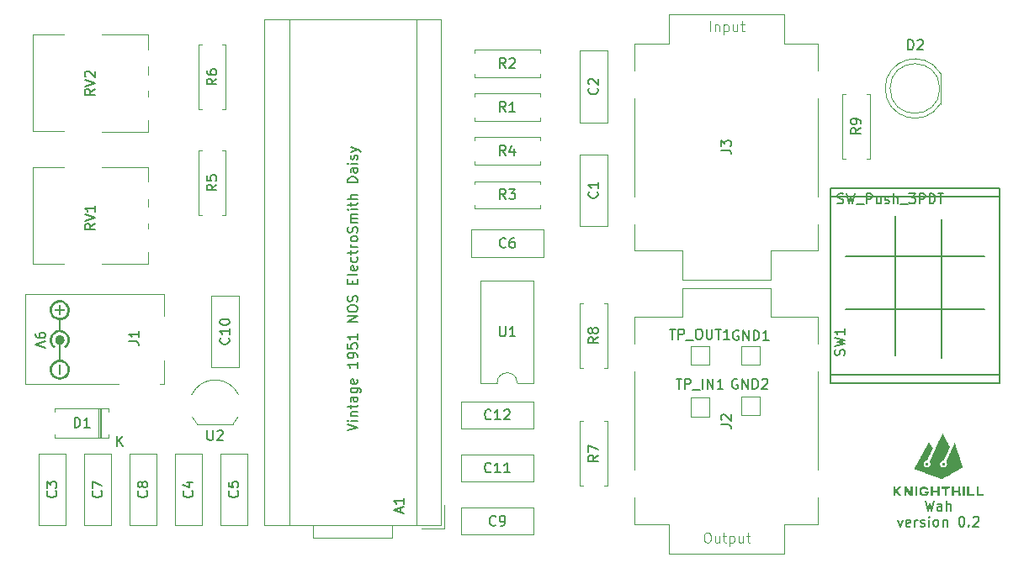
<source format=gbr>
%TF.GenerationSoftware,KiCad,Pcbnew,9.0.5*%
%TF.CreationDate,2025-10-30T20:13:30-05:00*%
%TF.ProjectId,wah,7761682e-6b69-4636-9164-5f7063625858,0.2*%
%TF.SameCoordinates,Original*%
%TF.FileFunction,Legend,Top*%
%TF.FilePolarity,Positive*%
%FSLAX46Y46*%
G04 Gerber Fmt 4.6, Leading zero omitted, Abs format (unit mm)*
G04 Created by KiCad (PCBNEW 9.0.5) date 2025-10-30 20:13:30*
%MOMM*%
%LPD*%
G01*
G04 APERTURE LIST*
%ADD10C,0.150000*%
%ADD11C,0.100000*%
%ADD12C,0.120000*%
%ADD13C,0.000000*%
%ADD14O,3.000000X3.500000*%
%ADD15R,1.800000X1.800000*%
%ADD16O,1.800000X1.800000*%
%ADD17C,1.600000*%
%ADD18O,3.580000X2.720000*%
%ADD19O,3.580000X2.696000*%
%ADD20C,1.800000*%
%ADD21R,1.500000X1.500000*%
%ADD22C,1.500000*%
%ADD23C,3.000000*%
%ADD24O,2.300000X4.500000*%
%ADD25O,4.000000X2.300000*%
%ADD26R,1.600000X1.600000*%
%ADD27O,1.600000X1.600000*%
%ADD28R,1.700000X1.700000*%
%ADD29C,1.700000*%
G04 APERTURE END LIST*
D10*
X157866667Y-105559906D02*
X158104762Y-106559906D01*
X158104762Y-106559906D02*
X158295238Y-105845620D01*
X158295238Y-105845620D02*
X158485714Y-106559906D01*
X158485714Y-106559906D02*
X158723810Y-105559906D01*
X159533333Y-106559906D02*
X159533333Y-106036096D01*
X159533333Y-106036096D02*
X159485714Y-105940858D01*
X159485714Y-105940858D02*
X159390476Y-105893239D01*
X159390476Y-105893239D02*
X159200000Y-105893239D01*
X159200000Y-105893239D02*
X159104762Y-105940858D01*
X159533333Y-106512287D02*
X159438095Y-106559906D01*
X159438095Y-106559906D02*
X159200000Y-106559906D01*
X159200000Y-106559906D02*
X159104762Y-106512287D01*
X159104762Y-106512287D02*
X159057143Y-106417048D01*
X159057143Y-106417048D02*
X159057143Y-106321810D01*
X159057143Y-106321810D02*
X159104762Y-106226572D01*
X159104762Y-106226572D02*
X159200000Y-106178953D01*
X159200000Y-106178953D02*
X159438095Y-106178953D01*
X159438095Y-106178953D02*
X159533333Y-106131334D01*
X160009524Y-106559906D02*
X160009524Y-105559906D01*
X160438095Y-106559906D02*
X160438095Y-106036096D01*
X160438095Y-106036096D02*
X160390476Y-105940858D01*
X160390476Y-105940858D02*
X160295238Y-105893239D01*
X160295238Y-105893239D02*
X160152381Y-105893239D01*
X160152381Y-105893239D02*
X160057143Y-105940858D01*
X160057143Y-105940858D02*
X160009524Y-105988477D01*
X155104762Y-107503183D02*
X155342857Y-108169850D01*
X155342857Y-108169850D02*
X155580952Y-107503183D01*
X156342857Y-108122231D02*
X156247619Y-108169850D01*
X156247619Y-108169850D02*
X156057143Y-108169850D01*
X156057143Y-108169850D02*
X155961905Y-108122231D01*
X155961905Y-108122231D02*
X155914286Y-108026992D01*
X155914286Y-108026992D02*
X155914286Y-107646040D01*
X155914286Y-107646040D02*
X155961905Y-107550802D01*
X155961905Y-107550802D02*
X156057143Y-107503183D01*
X156057143Y-107503183D02*
X156247619Y-107503183D01*
X156247619Y-107503183D02*
X156342857Y-107550802D01*
X156342857Y-107550802D02*
X156390476Y-107646040D01*
X156390476Y-107646040D02*
X156390476Y-107741278D01*
X156390476Y-107741278D02*
X155914286Y-107836516D01*
X156819048Y-108169850D02*
X156819048Y-107503183D01*
X156819048Y-107693659D02*
X156866667Y-107598421D01*
X156866667Y-107598421D02*
X156914286Y-107550802D01*
X156914286Y-107550802D02*
X157009524Y-107503183D01*
X157009524Y-107503183D02*
X157104762Y-107503183D01*
X157390477Y-108122231D02*
X157485715Y-108169850D01*
X157485715Y-108169850D02*
X157676191Y-108169850D01*
X157676191Y-108169850D02*
X157771429Y-108122231D01*
X157771429Y-108122231D02*
X157819048Y-108026992D01*
X157819048Y-108026992D02*
X157819048Y-107979373D01*
X157819048Y-107979373D02*
X157771429Y-107884135D01*
X157771429Y-107884135D02*
X157676191Y-107836516D01*
X157676191Y-107836516D02*
X157533334Y-107836516D01*
X157533334Y-107836516D02*
X157438096Y-107788897D01*
X157438096Y-107788897D02*
X157390477Y-107693659D01*
X157390477Y-107693659D02*
X157390477Y-107646040D01*
X157390477Y-107646040D02*
X157438096Y-107550802D01*
X157438096Y-107550802D02*
X157533334Y-107503183D01*
X157533334Y-107503183D02*
X157676191Y-107503183D01*
X157676191Y-107503183D02*
X157771429Y-107550802D01*
X158247620Y-108169850D02*
X158247620Y-107503183D01*
X158247620Y-107169850D02*
X158200001Y-107217469D01*
X158200001Y-107217469D02*
X158247620Y-107265088D01*
X158247620Y-107265088D02*
X158295239Y-107217469D01*
X158295239Y-107217469D02*
X158247620Y-107169850D01*
X158247620Y-107169850D02*
X158247620Y-107265088D01*
X158866667Y-108169850D02*
X158771429Y-108122231D01*
X158771429Y-108122231D02*
X158723810Y-108074611D01*
X158723810Y-108074611D02*
X158676191Y-107979373D01*
X158676191Y-107979373D02*
X158676191Y-107693659D01*
X158676191Y-107693659D02*
X158723810Y-107598421D01*
X158723810Y-107598421D02*
X158771429Y-107550802D01*
X158771429Y-107550802D02*
X158866667Y-107503183D01*
X158866667Y-107503183D02*
X159009524Y-107503183D01*
X159009524Y-107503183D02*
X159104762Y-107550802D01*
X159104762Y-107550802D02*
X159152381Y-107598421D01*
X159152381Y-107598421D02*
X159200000Y-107693659D01*
X159200000Y-107693659D02*
X159200000Y-107979373D01*
X159200000Y-107979373D02*
X159152381Y-108074611D01*
X159152381Y-108074611D02*
X159104762Y-108122231D01*
X159104762Y-108122231D02*
X159009524Y-108169850D01*
X159009524Y-108169850D02*
X158866667Y-108169850D01*
X159628572Y-107503183D02*
X159628572Y-108169850D01*
X159628572Y-107598421D02*
X159676191Y-107550802D01*
X159676191Y-107550802D02*
X159771429Y-107503183D01*
X159771429Y-107503183D02*
X159914286Y-107503183D01*
X159914286Y-107503183D02*
X160009524Y-107550802D01*
X160009524Y-107550802D02*
X160057143Y-107646040D01*
X160057143Y-107646040D02*
X160057143Y-108169850D01*
X161485715Y-107169850D02*
X161580953Y-107169850D01*
X161580953Y-107169850D02*
X161676191Y-107217469D01*
X161676191Y-107217469D02*
X161723810Y-107265088D01*
X161723810Y-107265088D02*
X161771429Y-107360326D01*
X161771429Y-107360326D02*
X161819048Y-107550802D01*
X161819048Y-107550802D02*
X161819048Y-107788897D01*
X161819048Y-107788897D02*
X161771429Y-107979373D01*
X161771429Y-107979373D02*
X161723810Y-108074611D01*
X161723810Y-108074611D02*
X161676191Y-108122231D01*
X161676191Y-108122231D02*
X161580953Y-108169850D01*
X161580953Y-108169850D02*
X161485715Y-108169850D01*
X161485715Y-108169850D02*
X161390477Y-108122231D01*
X161390477Y-108122231D02*
X161342858Y-108074611D01*
X161342858Y-108074611D02*
X161295239Y-107979373D01*
X161295239Y-107979373D02*
X161247620Y-107788897D01*
X161247620Y-107788897D02*
X161247620Y-107550802D01*
X161247620Y-107550802D02*
X161295239Y-107360326D01*
X161295239Y-107360326D02*
X161342858Y-107265088D01*
X161342858Y-107265088D02*
X161390477Y-107217469D01*
X161390477Y-107217469D02*
X161485715Y-107169850D01*
X162247620Y-108074611D02*
X162295239Y-108122231D01*
X162295239Y-108122231D02*
X162247620Y-108169850D01*
X162247620Y-108169850D02*
X162200001Y-108122231D01*
X162200001Y-108122231D02*
X162247620Y-108074611D01*
X162247620Y-108074611D02*
X162247620Y-108169850D01*
X162676191Y-107265088D02*
X162723810Y-107217469D01*
X162723810Y-107217469D02*
X162819048Y-107169850D01*
X162819048Y-107169850D02*
X163057143Y-107169850D01*
X163057143Y-107169850D02*
X163152381Y-107217469D01*
X163152381Y-107217469D02*
X163200000Y-107265088D01*
X163200000Y-107265088D02*
X163247619Y-107360326D01*
X163247619Y-107360326D02*
X163247619Y-107455564D01*
X163247619Y-107455564D02*
X163200000Y-107598421D01*
X163200000Y-107598421D02*
X162628572Y-108169850D01*
X162628572Y-108169850D02*
X163247619Y-108169850D01*
D11*
X135844360Y-108784219D02*
X136034836Y-108784219D01*
X136034836Y-108784219D02*
X136130074Y-108831838D01*
X136130074Y-108831838D02*
X136225312Y-108927076D01*
X136225312Y-108927076D02*
X136272931Y-109117552D01*
X136272931Y-109117552D02*
X136272931Y-109450885D01*
X136272931Y-109450885D02*
X136225312Y-109641361D01*
X136225312Y-109641361D02*
X136130074Y-109736600D01*
X136130074Y-109736600D02*
X136034836Y-109784219D01*
X136034836Y-109784219D02*
X135844360Y-109784219D01*
X135844360Y-109784219D02*
X135749122Y-109736600D01*
X135749122Y-109736600D02*
X135653884Y-109641361D01*
X135653884Y-109641361D02*
X135606265Y-109450885D01*
X135606265Y-109450885D02*
X135606265Y-109117552D01*
X135606265Y-109117552D02*
X135653884Y-108927076D01*
X135653884Y-108927076D02*
X135749122Y-108831838D01*
X135749122Y-108831838D02*
X135844360Y-108784219D01*
X137130074Y-109117552D02*
X137130074Y-109784219D01*
X136701503Y-109117552D02*
X136701503Y-109641361D01*
X136701503Y-109641361D02*
X136749122Y-109736600D01*
X136749122Y-109736600D02*
X136844360Y-109784219D01*
X136844360Y-109784219D02*
X136987217Y-109784219D01*
X136987217Y-109784219D02*
X137082455Y-109736600D01*
X137082455Y-109736600D02*
X137130074Y-109688980D01*
X137463408Y-109117552D02*
X137844360Y-109117552D01*
X137606265Y-108784219D02*
X137606265Y-109641361D01*
X137606265Y-109641361D02*
X137653884Y-109736600D01*
X137653884Y-109736600D02*
X137749122Y-109784219D01*
X137749122Y-109784219D02*
X137844360Y-109784219D01*
X138177694Y-109117552D02*
X138177694Y-110117552D01*
X138177694Y-109165171D02*
X138272932Y-109117552D01*
X138272932Y-109117552D02*
X138463408Y-109117552D01*
X138463408Y-109117552D02*
X138558646Y-109165171D01*
X138558646Y-109165171D02*
X138606265Y-109212790D01*
X138606265Y-109212790D02*
X138653884Y-109308028D01*
X138653884Y-109308028D02*
X138653884Y-109593742D01*
X138653884Y-109593742D02*
X138606265Y-109688980D01*
X138606265Y-109688980D02*
X138558646Y-109736600D01*
X138558646Y-109736600D02*
X138463408Y-109784219D01*
X138463408Y-109784219D02*
X138272932Y-109784219D01*
X138272932Y-109784219D02*
X138177694Y-109736600D01*
X139511027Y-109117552D02*
X139511027Y-109784219D01*
X139082456Y-109117552D02*
X139082456Y-109641361D01*
X139082456Y-109641361D02*
X139130075Y-109736600D01*
X139130075Y-109736600D02*
X139225313Y-109784219D01*
X139225313Y-109784219D02*
X139368170Y-109784219D01*
X139368170Y-109784219D02*
X139463408Y-109736600D01*
X139463408Y-109736600D02*
X139511027Y-109688980D01*
X139844361Y-109117552D02*
X140225313Y-109117552D01*
X139987218Y-108784219D02*
X139987218Y-109641361D01*
X139987218Y-109641361D02*
X140034837Y-109736600D01*
X140034837Y-109736600D02*
X140130075Y-109784219D01*
X140130075Y-109784219D02*
X140225313Y-109784219D01*
X136225313Y-58273019D02*
X136225313Y-57273019D01*
X136701503Y-57606352D02*
X136701503Y-58273019D01*
X136701503Y-57701590D02*
X136749122Y-57653971D01*
X136749122Y-57653971D02*
X136844360Y-57606352D01*
X136844360Y-57606352D02*
X136987217Y-57606352D01*
X136987217Y-57606352D02*
X137082455Y-57653971D01*
X137082455Y-57653971D02*
X137130074Y-57749209D01*
X137130074Y-57749209D02*
X137130074Y-58273019D01*
X137606265Y-57606352D02*
X137606265Y-58606352D01*
X137606265Y-57653971D02*
X137701503Y-57606352D01*
X137701503Y-57606352D02*
X137891979Y-57606352D01*
X137891979Y-57606352D02*
X137987217Y-57653971D01*
X137987217Y-57653971D02*
X138034836Y-57701590D01*
X138034836Y-57701590D02*
X138082455Y-57796828D01*
X138082455Y-57796828D02*
X138082455Y-58082542D01*
X138082455Y-58082542D02*
X138034836Y-58177780D01*
X138034836Y-58177780D02*
X137987217Y-58225400D01*
X137987217Y-58225400D02*
X137891979Y-58273019D01*
X137891979Y-58273019D02*
X137701503Y-58273019D01*
X137701503Y-58273019D02*
X137606265Y-58225400D01*
X138939598Y-57606352D02*
X138939598Y-58273019D01*
X138511027Y-57606352D02*
X138511027Y-58130161D01*
X138511027Y-58130161D02*
X138558646Y-58225400D01*
X138558646Y-58225400D02*
X138653884Y-58273019D01*
X138653884Y-58273019D02*
X138796741Y-58273019D01*
X138796741Y-58273019D02*
X138891979Y-58225400D01*
X138891979Y-58225400D02*
X138939598Y-58177780D01*
X139272932Y-57606352D02*
X139653884Y-57606352D01*
X139415789Y-57273019D02*
X139415789Y-58130161D01*
X139415789Y-58130161D02*
X139463408Y-58225400D01*
X139463408Y-58225400D02*
X139558646Y-58273019D01*
X139558646Y-58273019D02*
X139653884Y-58273019D01*
D10*
X68320180Y-88719600D02*
X68320180Y-88910076D01*
X68320180Y-88910076D02*
X68367800Y-89005314D01*
X68367800Y-89005314D02*
X68415419Y-89052933D01*
X68415419Y-89052933D02*
X68558276Y-89148171D01*
X68558276Y-89148171D02*
X68748752Y-89195790D01*
X68748752Y-89195790D02*
X69129704Y-89195790D01*
X69129704Y-89195790D02*
X69224942Y-89148171D01*
X69224942Y-89148171D02*
X69272561Y-89100552D01*
X69272561Y-89100552D02*
X69320180Y-89005314D01*
X69320180Y-89005314D02*
X69320180Y-88814838D01*
X69320180Y-88814838D02*
X69272561Y-88719600D01*
X69272561Y-88719600D02*
X69224942Y-88671981D01*
X69224942Y-88671981D02*
X69129704Y-88624362D01*
X69129704Y-88624362D02*
X68891609Y-88624362D01*
X68891609Y-88624362D02*
X68796371Y-88671981D01*
X68796371Y-88671981D02*
X68748752Y-88719600D01*
X68748752Y-88719600D02*
X68701133Y-88814838D01*
X68701133Y-88814838D02*
X68701133Y-89005314D01*
X68701133Y-89005314D02*
X68748752Y-89100552D01*
X68748752Y-89100552D02*
X68796371Y-89148171D01*
X68796371Y-89148171D02*
X68891609Y-89195790D01*
X69320180Y-89481505D02*
X68320180Y-89814838D01*
X68320180Y-89814838D02*
X69320180Y-90148171D01*
X99718569Y-98507441D02*
X100718569Y-98174108D01*
X100718569Y-98174108D02*
X99718569Y-97840775D01*
X100718569Y-97507441D02*
X100051902Y-97507441D01*
X99718569Y-97507441D02*
X99766188Y-97555060D01*
X99766188Y-97555060D02*
X99813807Y-97507441D01*
X99813807Y-97507441D02*
X99766188Y-97459822D01*
X99766188Y-97459822D02*
X99718569Y-97507441D01*
X99718569Y-97507441D02*
X99813807Y-97507441D01*
X100051902Y-97031251D02*
X100718569Y-97031251D01*
X100147140Y-97031251D02*
X100099521Y-96983632D01*
X100099521Y-96983632D02*
X100051902Y-96888394D01*
X100051902Y-96888394D02*
X100051902Y-96745537D01*
X100051902Y-96745537D02*
X100099521Y-96650299D01*
X100099521Y-96650299D02*
X100194759Y-96602680D01*
X100194759Y-96602680D02*
X100718569Y-96602680D01*
X100051902Y-96269346D02*
X100051902Y-95888394D01*
X99718569Y-96126489D02*
X100575711Y-96126489D01*
X100575711Y-96126489D02*
X100670950Y-96078870D01*
X100670950Y-96078870D02*
X100718569Y-95983632D01*
X100718569Y-95983632D02*
X100718569Y-95888394D01*
X100718569Y-95126489D02*
X100194759Y-95126489D01*
X100194759Y-95126489D02*
X100099521Y-95174108D01*
X100099521Y-95174108D02*
X100051902Y-95269346D01*
X100051902Y-95269346D02*
X100051902Y-95459822D01*
X100051902Y-95459822D02*
X100099521Y-95555060D01*
X100670950Y-95126489D02*
X100718569Y-95221727D01*
X100718569Y-95221727D02*
X100718569Y-95459822D01*
X100718569Y-95459822D02*
X100670950Y-95555060D01*
X100670950Y-95555060D02*
X100575711Y-95602679D01*
X100575711Y-95602679D02*
X100480473Y-95602679D01*
X100480473Y-95602679D02*
X100385235Y-95555060D01*
X100385235Y-95555060D02*
X100337616Y-95459822D01*
X100337616Y-95459822D02*
X100337616Y-95221727D01*
X100337616Y-95221727D02*
X100289997Y-95126489D01*
X100051902Y-94221727D02*
X100861426Y-94221727D01*
X100861426Y-94221727D02*
X100956664Y-94269346D01*
X100956664Y-94269346D02*
X101004283Y-94316965D01*
X101004283Y-94316965D02*
X101051902Y-94412203D01*
X101051902Y-94412203D02*
X101051902Y-94555060D01*
X101051902Y-94555060D02*
X101004283Y-94650298D01*
X100670950Y-94221727D02*
X100718569Y-94316965D01*
X100718569Y-94316965D02*
X100718569Y-94507441D01*
X100718569Y-94507441D02*
X100670950Y-94602679D01*
X100670950Y-94602679D02*
X100623330Y-94650298D01*
X100623330Y-94650298D02*
X100528092Y-94697917D01*
X100528092Y-94697917D02*
X100242378Y-94697917D01*
X100242378Y-94697917D02*
X100147140Y-94650298D01*
X100147140Y-94650298D02*
X100099521Y-94602679D01*
X100099521Y-94602679D02*
X100051902Y-94507441D01*
X100051902Y-94507441D02*
X100051902Y-94316965D01*
X100051902Y-94316965D02*
X100099521Y-94221727D01*
X100670950Y-93364584D02*
X100718569Y-93459822D01*
X100718569Y-93459822D02*
X100718569Y-93650298D01*
X100718569Y-93650298D02*
X100670950Y-93745536D01*
X100670950Y-93745536D02*
X100575711Y-93793155D01*
X100575711Y-93793155D02*
X100194759Y-93793155D01*
X100194759Y-93793155D02*
X100099521Y-93745536D01*
X100099521Y-93745536D02*
X100051902Y-93650298D01*
X100051902Y-93650298D02*
X100051902Y-93459822D01*
X100051902Y-93459822D02*
X100099521Y-93364584D01*
X100099521Y-93364584D02*
X100194759Y-93316965D01*
X100194759Y-93316965D02*
X100289997Y-93316965D01*
X100289997Y-93316965D02*
X100385235Y-93793155D01*
X100718569Y-91602679D02*
X100718569Y-92174107D01*
X100718569Y-91888393D02*
X99718569Y-91888393D01*
X99718569Y-91888393D02*
X99861426Y-91983631D01*
X99861426Y-91983631D02*
X99956664Y-92078869D01*
X99956664Y-92078869D02*
X100004283Y-92174107D01*
X100718569Y-91126488D02*
X100718569Y-90936012D01*
X100718569Y-90936012D02*
X100670950Y-90840774D01*
X100670950Y-90840774D02*
X100623330Y-90793155D01*
X100623330Y-90793155D02*
X100480473Y-90697917D01*
X100480473Y-90697917D02*
X100289997Y-90650298D01*
X100289997Y-90650298D02*
X99909045Y-90650298D01*
X99909045Y-90650298D02*
X99813807Y-90697917D01*
X99813807Y-90697917D02*
X99766188Y-90745536D01*
X99766188Y-90745536D02*
X99718569Y-90840774D01*
X99718569Y-90840774D02*
X99718569Y-91031250D01*
X99718569Y-91031250D02*
X99766188Y-91126488D01*
X99766188Y-91126488D02*
X99813807Y-91174107D01*
X99813807Y-91174107D02*
X99909045Y-91221726D01*
X99909045Y-91221726D02*
X100147140Y-91221726D01*
X100147140Y-91221726D02*
X100242378Y-91174107D01*
X100242378Y-91174107D02*
X100289997Y-91126488D01*
X100289997Y-91126488D02*
X100337616Y-91031250D01*
X100337616Y-91031250D02*
X100337616Y-90840774D01*
X100337616Y-90840774D02*
X100289997Y-90745536D01*
X100289997Y-90745536D02*
X100242378Y-90697917D01*
X100242378Y-90697917D02*
X100147140Y-90650298D01*
X99718569Y-89745536D02*
X99718569Y-90221726D01*
X99718569Y-90221726D02*
X100194759Y-90269345D01*
X100194759Y-90269345D02*
X100147140Y-90221726D01*
X100147140Y-90221726D02*
X100099521Y-90126488D01*
X100099521Y-90126488D02*
X100099521Y-89888393D01*
X100099521Y-89888393D02*
X100147140Y-89793155D01*
X100147140Y-89793155D02*
X100194759Y-89745536D01*
X100194759Y-89745536D02*
X100289997Y-89697917D01*
X100289997Y-89697917D02*
X100528092Y-89697917D01*
X100528092Y-89697917D02*
X100623330Y-89745536D01*
X100623330Y-89745536D02*
X100670950Y-89793155D01*
X100670950Y-89793155D02*
X100718569Y-89888393D01*
X100718569Y-89888393D02*
X100718569Y-90126488D01*
X100718569Y-90126488D02*
X100670950Y-90221726D01*
X100670950Y-90221726D02*
X100623330Y-90269345D01*
X100718569Y-88745536D02*
X100718569Y-89316964D01*
X100718569Y-89031250D02*
X99718569Y-89031250D01*
X99718569Y-89031250D02*
X99861426Y-89126488D01*
X99861426Y-89126488D02*
X99956664Y-89221726D01*
X99956664Y-89221726D02*
X100004283Y-89316964D01*
X100718569Y-87555059D02*
X99718569Y-87555059D01*
X99718569Y-87555059D02*
X100718569Y-86983631D01*
X100718569Y-86983631D02*
X99718569Y-86983631D01*
X99718569Y-86316964D02*
X99718569Y-86126488D01*
X99718569Y-86126488D02*
X99766188Y-86031250D01*
X99766188Y-86031250D02*
X99861426Y-85936012D01*
X99861426Y-85936012D02*
X100051902Y-85888393D01*
X100051902Y-85888393D02*
X100385235Y-85888393D01*
X100385235Y-85888393D02*
X100575711Y-85936012D01*
X100575711Y-85936012D02*
X100670950Y-86031250D01*
X100670950Y-86031250D02*
X100718569Y-86126488D01*
X100718569Y-86126488D02*
X100718569Y-86316964D01*
X100718569Y-86316964D02*
X100670950Y-86412202D01*
X100670950Y-86412202D02*
X100575711Y-86507440D01*
X100575711Y-86507440D02*
X100385235Y-86555059D01*
X100385235Y-86555059D02*
X100051902Y-86555059D01*
X100051902Y-86555059D02*
X99861426Y-86507440D01*
X99861426Y-86507440D02*
X99766188Y-86412202D01*
X99766188Y-86412202D02*
X99718569Y-86316964D01*
X100670950Y-85507440D02*
X100718569Y-85364583D01*
X100718569Y-85364583D02*
X100718569Y-85126488D01*
X100718569Y-85126488D02*
X100670950Y-85031250D01*
X100670950Y-85031250D02*
X100623330Y-84983631D01*
X100623330Y-84983631D02*
X100528092Y-84936012D01*
X100528092Y-84936012D02*
X100432854Y-84936012D01*
X100432854Y-84936012D02*
X100337616Y-84983631D01*
X100337616Y-84983631D02*
X100289997Y-85031250D01*
X100289997Y-85031250D02*
X100242378Y-85126488D01*
X100242378Y-85126488D02*
X100194759Y-85316964D01*
X100194759Y-85316964D02*
X100147140Y-85412202D01*
X100147140Y-85412202D02*
X100099521Y-85459821D01*
X100099521Y-85459821D02*
X100004283Y-85507440D01*
X100004283Y-85507440D02*
X99909045Y-85507440D01*
X99909045Y-85507440D02*
X99813807Y-85459821D01*
X99813807Y-85459821D02*
X99766188Y-85412202D01*
X99766188Y-85412202D02*
X99718569Y-85316964D01*
X99718569Y-85316964D02*
X99718569Y-85078869D01*
X99718569Y-85078869D02*
X99766188Y-84936012D01*
X100194759Y-83745535D02*
X100194759Y-83412202D01*
X100718569Y-83269345D02*
X100718569Y-83745535D01*
X100718569Y-83745535D02*
X99718569Y-83745535D01*
X99718569Y-83745535D02*
X99718569Y-83269345D01*
X100718569Y-82697916D02*
X100670950Y-82793154D01*
X100670950Y-82793154D02*
X100575711Y-82840773D01*
X100575711Y-82840773D02*
X99718569Y-82840773D01*
X100670950Y-81936011D02*
X100718569Y-82031249D01*
X100718569Y-82031249D02*
X100718569Y-82221725D01*
X100718569Y-82221725D02*
X100670950Y-82316963D01*
X100670950Y-82316963D02*
X100575711Y-82364582D01*
X100575711Y-82364582D02*
X100194759Y-82364582D01*
X100194759Y-82364582D02*
X100099521Y-82316963D01*
X100099521Y-82316963D02*
X100051902Y-82221725D01*
X100051902Y-82221725D02*
X100051902Y-82031249D01*
X100051902Y-82031249D02*
X100099521Y-81936011D01*
X100099521Y-81936011D02*
X100194759Y-81888392D01*
X100194759Y-81888392D02*
X100289997Y-81888392D01*
X100289997Y-81888392D02*
X100385235Y-82364582D01*
X100670950Y-81031249D02*
X100718569Y-81126487D01*
X100718569Y-81126487D02*
X100718569Y-81316963D01*
X100718569Y-81316963D02*
X100670950Y-81412201D01*
X100670950Y-81412201D02*
X100623330Y-81459820D01*
X100623330Y-81459820D02*
X100528092Y-81507439D01*
X100528092Y-81507439D02*
X100242378Y-81507439D01*
X100242378Y-81507439D02*
X100147140Y-81459820D01*
X100147140Y-81459820D02*
X100099521Y-81412201D01*
X100099521Y-81412201D02*
X100051902Y-81316963D01*
X100051902Y-81316963D02*
X100051902Y-81126487D01*
X100051902Y-81126487D02*
X100099521Y-81031249D01*
X100051902Y-80745534D02*
X100051902Y-80364582D01*
X99718569Y-80602677D02*
X100575711Y-80602677D01*
X100575711Y-80602677D02*
X100670950Y-80555058D01*
X100670950Y-80555058D02*
X100718569Y-80459820D01*
X100718569Y-80459820D02*
X100718569Y-80364582D01*
X100718569Y-80031248D02*
X100051902Y-80031248D01*
X100242378Y-80031248D02*
X100147140Y-79983629D01*
X100147140Y-79983629D02*
X100099521Y-79936010D01*
X100099521Y-79936010D02*
X100051902Y-79840772D01*
X100051902Y-79840772D02*
X100051902Y-79745534D01*
X100718569Y-79269343D02*
X100670950Y-79364581D01*
X100670950Y-79364581D02*
X100623330Y-79412200D01*
X100623330Y-79412200D02*
X100528092Y-79459819D01*
X100528092Y-79459819D02*
X100242378Y-79459819D01*
X100242378Y-79459819D02*
X100147140Y-79412200D01*
X100147140Y-79412200D02*
X100099521Y-79364581D01*
X100099521Y-79364581D02*
X100051902Y-79269343D01*
X100051902Y-79269343D02*
X100051902Y-79126486D01*
X100051902Y-79126486D02*
X100099521Y-79031248D01*
X100099521Y-79031248D02*
X100147140Y-78983629D01*
X100147140Y-78983629D02*
X100242378Y-78936010D01*
X100242378Y-78936010D02*
X100528092Y-78936010D01*
X100528092Y-78936010D02*
X100623330Y-78983629D01*
X100623330Y-78983629D02*
X100670950Y-79031248D01*
X100670950Y-79031248D02*
X100718569Y-79126486D01*
X100718569Y-79126486D02*
X100718569Y-79269343D01*
X100670950Y-78555057D02*
X100718569Y-78412200D01*
X100718569Y-78412200D02*
X100718569Y-78174105D01*
X100718569Y-78174105D02*
X100670950Y-78078867D01*
X100670950Y-78078867D02*
X100623330Y-78031248D01*
X100623330Y-78031248D02*
X100528092Y-77983629D01*
X100528092Y-77983629D02*
X100432854Y-77983629D01*
X100432854Y-77983629D02*
X100337616Y-78031248D01*
X100337616Y-78031248D02*
X100289997Y-78078867D01*
X100289997Y-78078867D02*
X100242378Y-78174105D01*
X100242378Y-78174105D02*
X100194759Y-78364581D01*
X100194759Y-78364581D02*
X100147140Y-78459819D01*
X100147140Y-78459819D02*
X100099521Y-78507438D01*
X100099521Y-78507438D02*
X100004283Y-78555057D01*
X100004283Y-78555057D02*
X99909045Y-78555057D01*
X99909045Y-78555057D02*
X99813807Y-78507438D01*
X99813807Y-78507438D02*
X99766188Y-78459819D01*
X99766188Y-78459819D02*
X99718569Y-78364581D01*
X99718569Y-78364581D02*
X99718569Y-78126486D01*
X99718569Y-78126486D02*
X99766188Y-77983629D01*
X100718569Y-77555057D02*
X100051902Y-77555057D01*
X100147140Y-77555057D02*
X100099521Y-77507438D01*
X100099521Y-77507438D02*
X100051902Y-77412200D01*
X100051902Y-77412200D02*
X100051902Y-77269343D01*
X100051902Y-77269343D02*
X100099521Y-77174105D01*
X100099521Y-77174105D02*
X100194759Y-77126486D01*
X100194759Y-77126486D02*
X100718569Y-77126486D01*
X100194759Y-77126486D02*
X100099521Y-77078867D01*
X100099521Y-77078867D02*
X100051902Y-76983629D01*
X100051902Y-76983629D02*
X100051902Y-76840772D01*
X100051902Y-76840772D02*
X100099521Y-76745533D01*
X100099521Y-76745533D02*
X100194759Y-76697914D01*
X100194759Y-76697914D02*
X100718569Y-76697914D01*
X100718569Y-76221724D02*
X100051902Y-76221724D01*
X99718569Y-76221724D02*
X99766188Y-76269343D01*
X99766188Y-76269343D02*
X99813807Y-76221724D01*
X99813807Y-76221724D02*
X99766188Y-76174105D01*
X99766188Y-76174105D02*
X99718569Y-76221724D01*
X99718569Y-76221724D02*
X99813807Y-76221724D01*
X100051902Y-75888391D02*
X100051902Y-75507439D01*
X99718569Y-75745534D02*
X100575711Y-75745534D01*
X100575711Y-75745534D02*
X100670950Y-75697915D01*
X100670950Y-75697915D02*
X100718569Y-75602677D01*
X100718569Y-75602677D02*
X100718569Y-75507439D01*
X100718569Y-75174105D02*
X99718569Y-75174105D01*
X100718569Y-74745534D02*
X100194759Y-74745534D01*
X100194759Y-74745534D02*
X100099521Y-74793153D01*
X100099521Y-74793153D02*
X100051902Y-74888391D01*
X100051902Y-74888391D02*
X100051902Y-75031248D01*
X100051902Y-75031248D02*
X100099521Y-75126486D01*
X100099521Y-75126486D02*
X100147140Y-75174105D01*
X100718569Y-73507438D02*
X99718569Y-73507438D01*
X99718569Y-73507438D02*
X99718569Y-73269343D01*
X99718569Y-73269343D02*
X99766188Y-73126486D01*
X99766188Y-73126486D02*
X99861426Y-73031248D01*
X99861426Y-73031248D02*
X99956664Y-72983629D01*
X99956664Y-72983629D02*
X100147140Y-72936010D01*
X100147140Y-72936010D02*
X100289997Y-72936010D01*
X100289997Y-72936010D02*
X100480473Y-72983629D01*
X100480473Y-72983629D02*
X100575711Y-73031248D01*
X100575711Y-73031248D02*
X100670950Y-73126486D01*
X100670950Y-73126486D02*
X100718569Y-73269343D01*
X100718569Y-73269343D02*
X100718569Y-73507438D01*
X100718569Y-72078867D02*
X100194759Y-72078867D01*
X100194759Y-72078867D02*
X100099521Y-72126486D01*
X100099521Y-72126486D02*
X100051902Y-72221724D01*
X100051902Y-72221724D02*
X100051902Y-72412200D01*
X100051902Y-72412200D02*
X100099521Y-72507438D01*
X100670950Y-72078867D02*
X100718569Y-72174105D01*
X100718569Y-72174105D02*
X100718569Y-72412200D01*
X100718569Y-72412200D02*
X100670950Y-72507438D01*
X100670950Y-72507438D02*
X100575711Y-72555057D01*
X100575711Y-72555057D02*
X100480473Y-72555057D01*
X100480473Y-72555057D02*
X100385235Y-72507438D01*
X100385235Y-72507438D02*
X100337616Y-72412200D01*
X100337616Y-72412200D02*
X100337616Y-72174105D01*
X100337616Y-72174105D02*
X100289997Y-72078867D01*
X100718569Y-71602676D02*
X100051902Y-71602676D01*
X99718569Y-71602676D02*
X99766188Y-71650295D01*
X99766188Y-71650295D02*
X99813807Y-71602676D01*
X99813807Y-71602676D02*
X99766188Y-71555057D01*
X99766188Y-71555057D02*
X99718569Y-71602676D01*
X99718569Y-71602676D02*
X99813807Y-71602676D01*
X100670950Y-71174105D02*
X100718569Y-71078867D01*
X100718569Y-71078867D02*
X100718569Y-70888391D01*
X100718569Y-70888391D02*
X100670950Y-70793153D01*
X100670950Y-70793153D02*
X100575711Y-70745534D01*
X100575711Y-70745534D02*
X100528092Y-70745534D01*
X100528092Y-70745534D02*
X100432854Y-70793153D01*
X100432854Y-70793153D02*
X100385235Y-70888391D01*
X100385235Y-70888391D02*
X100385235Y-71031248D01*
X100385235Y-71031248D02*
X100337616Y-71126486D01*
X100337616Y-71126486D02*
X100242378Y-71174105D01*
X100242378Y-71174105D02*
X100194759Y-71174105D01*
X100194759Y-71174105D02*
X100099521Y-71126486D01*
X100099521Y-71126486D02*
X100051902Y-71031248D01*
X100051902Y-71031248D02*
X100051902Y-70888391D01*
X100051902Y-70888391D02*
X100099521Y-70793153D01*
X100051902Y-70412200D02*
X100718569Y-70174105D01*
X100051902Y-69936010D02*
X100718569Y-70174105D01*
X100718569Y-70174105D02*
X100956664Y-70269343D01*
X100956664Y-70269343D02*
X101004283Y-70316962D01*
X101004283Y-70316962D02*
X101051902Y-70412200D01*
X72251905Y-98189819D02*
X72251905Y-97189819D01*
X72251905Y-97189819D02*
X72490000Y-97189819D01*
X72490000Y-97189819D02*
X72632857Y-97237438D01*
X72632857Y-97237438D02*
X72728095Y-97332676D01*
X72728095Y-97332676D02*
X72775714Y-97427914D01*
X72775714Y-97427914D02*
X72823333Y-97618390D01*
X72823333Y-97618390D02*
X72823333Y-97761247D01*
X72823333Y-97761247D02*
X72775714Y-97951723D01*
X72775714Y-97951723D02*
X72728095Y-98046961D01*
X72728095Y-98046961D02*
X72632857Y-98142200D01*
X72632857Y-98142200D02*
X72490000Y-98189819D01*
X72490000Y-98189819D02*
X72251905Y-98189819D01*
X73775714Y-98189819D02*
X73204286Y-98189819D01*
X73490000Y-98189819D02*
X73490000Y-97189819D01*
X73490000Y-97189819D02*
X73394762Y-97332676D01*
X73394762Y-97332676D02*
X73299524Y-97427914D01*
X73299524Y-97427914D02*
X73204286Y-97475533D01*
X76538095Y-100089819D02*
X76538095Y-99089819D01*
X77109523Y-100089819D02*
X76680952Y-99518390D01*
X77109523Y-99089819D02*
X76538095Y-99661247D01*
X114157142Y-102644580D02*
X114109523Y-102692200D01*
X114109523Y-102692200D02*
X113966666Y-102739819D01*
X113966666Y-102739819D02*
X113871428Y-102739819D01*
X113871428Y-102739819D02*
X113728571Y-102692200D01*
X113728571Y-102692200D02*
X113633333Y-102596961D01*
X113633333Y-102596961D02*
X113585714Y-102501723D01*
X113585714Y-102501723D02*
X113538095Y-102311247D01*
X113538095Y-102311247D02*
X113538095Y-102168390D01*
X113538095Y-102168390D02*
X113585714Y-101977914D01*
X113585714Y-101977914D02*
X113633333Y-101882676D01*
X113633333Y-101882676D02*
X113728571Y-101787438D01*
X113728571Y-101787438D02*
X113871428Y-101739819D01*
X113871428Y-101739819D02*
X113966666Y-101739819D01*
X113966666Y-101739819D02*
X114109523Y-101787438D01*
X114109523Y-101787438D02*
X114157142Y-101835057D01*
X115109523Y-102739819D02*
X114538095Y-102739819D01*
X114823809Y-102739819D02*
X114823809Y-101739819D01*
X114823809Y-101739819D02*
X114728571Y-101882676D01*
X114728571Y-101882676D02*
X114633333Y-101977914D01*
X114633333Y-101977914D02*
X114538095Y-102025533D01*
X116061904Y-102739819D02*
X115490476Y-102739819D01*
X115776190Y-102739819D02*
X115776190Y-101739819D01*
X115776190Y-101739819D02*
X115680952Y-101882676D01*
X115680952Y-101882676D02*
X115585714Y-101977914D01*
X115585714Y-101977914D02*
X115490476Y-102025533D01*
X74286819Y-64083743D02*
X73810628Y-64417076D01*
X74286819Y-64655171D02*
X73286819Y-64655171D01*
X73286819Y-64655171D02*
X73286819Y-64274219D01*
X73286819Y-64274219D02*
X73334438Y-64178981D01*
X73334438Y-64178981D02*
X73382057Y-64131362D01*
X73382057Y-64131362D02*
X73477295Y-64083743D01*
X73477295Y-64083743D02*
X73620152Y-64083743D01*
X73620152Y-64083743D02*
X73715390Y-64131362D01*
X73715390Y-64131362D02*
X73763009Y-64178981D01*
X73763009Y-64178981D02*
X73810628Y-64274219D01*
X73810628Y-64274219D02*
X73810628Y-64655171D01*
X73286819Y-63798028D02*
X74286819Y-63464695D01*
X74286819Y-63464695D02*
X73286819Y-63131362D01*
X73382057Y-62845647D02*
X73334438Y-62798028D01*
X73334438Y-62798028D02*
X73286819Y-62702790D01*
X73286819Y-62702790D02*
X73286819Y-62464695D01*
X73286819Y-62464695D02*
X73334438Y-62369457D01*
X73334438Y-62369457D02*
X73382057Y-62321838D01*
X73382057Y-62321838D02*
X73477295Y-62274219D01*
X73477295Y-62274219D02*
X73572533Y-62274219D01*
X73572533Y-62274219D02*
X73715390Y-62321838D01*
X73715390Y-62321838D02*
X74286819Y-62893266D01*
X74286819Y-62893266D02*
X74286819Y-62274219D01*
X115633333Y-79994580D02*
X115585714Y-80042200D01*
X115585714Y-80042200D02*
X115442857Y-80089819D01*
X115442857Y-80089819D02*
X115347619Y-80089819D01*
X115347619Y-80089819D02*
X115204762Y-80042200D01*
X115204762Y-80042200D02*
X115109524Y-79946961D01*
X115109524Y-79946961D02*
X115061905Y-79851723D01*
X115061905Y-79851723D02*
X115014286Y-79661247D01*
X115014286Y-79661247D02*
X115014286Y-79518390D01*
X115014286Y-79518390D02*
X115061905Y-79327914D01*
X115061905Y-79327914D02*
X115109524Y-79232676D01*
X115109524Y-79232676D02*
X115204762Y-79137438D01*
X115204762Y-79137438D02*
X115347619Y-79089819D01*
X115347619Y-79089819D02*
X115442857Y-79089819D01*
X115442857Y-79089819D02*
X115585714Y-79137438D01*
X115585714Y-79137438D02*
X115633333Y-79185057D01*
X116490476Y-79089819D02*
X116300000Y-79089819D01*
X116300000Y-79089819D02*
X116204762Y-79137438D01*
X116204762Y-79137438D02*
X116157143Y-79185057D01*
X116157143Y-79185057D02*
X116061905Y-79327914D01*
X116061905Y-79327914D02*
X116014286Y-79518390D01*
X116014286Y-79518390D02*
X116014286Y-79899342D01*
X116014286Y-79899342D02*
X116061905Y-79994580D01*
X116061905Y-79994580D02*
X116109524Y-80042200D01*
X116109524Y-80042200D02*
X116204762Y-80089819D01*
X116204762Y-80089819D02*
X116395238Y-80089819D01*
X116395238Y-80089819D02*
X116490476Y-80042200D01*
X116490476Y-80042200D02*
X116538095Y-79994580D01*
X116538095Y-79994580D02*
X116585714Y-79899342D01*
X116585714Y-79899342D02*
X116585714Y-79661247D01*
X116585714Y-79661247D02*
X116538095Y-79566009D01*
X116538095Y-79566009D02*
X116490476Y-79518390D01*
X116490476Y-79518390D02*
X116395238Y-79470771D01*
X116395238Y-79470771D02*
X116204762Y-79470771D01*
X116204762Y-79470771D02*
X116109524Y-79518390D01*
X116109524Y-79518390D02*
X116061905Y-79566009D01*
X116061905Y-79566009D02*
X116014286Y-79661247D01*
X139061904Y-88437438D02*
X138966666Y-88389819D01*
X138966666Y-88389819D02*
X138823809Y-88389819D01*
X138823809Y-88389819D02*
X138680952Y-88437438D01*
X138680952Y-88437438D02*
X138585714Y-88532676D01*
X138585714Y-88532676D02*
X138538095Y-88627914D01*
X138538095Y-88627914D02*
X138490476Y-88818390D01*
X138490476Y-88818390D02*
X138490476Y-88961247D01*
X138490476Y-88961247D02*
X138538095Y-89151723D01*
X138538095Y-89151723D02*
X138585714Y-89246961D01*
X138585714Y-89246961D02*
X138680952Y-89342200D01*
X138680952Y-89342200D02*
X138823809Y-89389819D01*
X138823809Y-89389819D02*
X138919047Y-89389819D01*
X138919047Y-89389819D02*
X139061904Y-89342200D01*
X139061904Y-89342200D02*
X139109523Y-89294580D01*
X139109523Y-89294580D02*
X139109523Y-88961247D01*
X139109523Y-88961247D02*
X138919047Y-88961247D01*
X139538095Y-89389819D02*
X139538095Y-88389819D01*
X139538095Y-88389819D02*
X140109523Y-89389819D01*
X140109523Y-89389819D02*
X140109523Y-88389819D01*
X140585714Y-89389819D02*
X140585714Y-88389819D01*
X140585714Y-88389819D02*
X140823809Y-88389819D01*
X140823809Y-88389819D02*
X140966666Y-88437438D01*
X140966666Y-88437438D02*
X141061904Y-88532676D01*
X141061904Y-88532676D02*
X141109523Y-88627914D01*
X141109523Y-88627914D02*
X141157142Y-88818390D01*
X141157142Y-88818390D02*
X141157142Y-88961247D01*
X141157142Y-88961247D02*
X141109523Y-89151723D01*
X141109523Y-89151723D02*
X141061904Y-89246961D01*
X141061904Y-89246961D02*
X140966666Y-89342200D01*
X140966666Y-89342200D02*
X140823809Y-89389819D01*
X140823809Y-89389819D02*
X140585714Y-89389819D01*
X142109523Y-89389819D02*
X141538095Y-89389819D01*
X141823809Y-89389819D02*
X141823809Y-88389819D01*
X141823809Y-88389819D02*
X141728571Y-88532676D01*
X141728571Y-88532676D02*
X141633333Y-88627914D01*
X141633333Y-88627914D02*
X141538095Y-88675533D01*
X86554819Y-63051666D02*
X86078628Y-63384999D01*
X86554819Y-63623094D02*
X85554819Y-63623094D01*
X85554819Y-63623094D02*
X85554819Y-63242142D01*
X85554819Y-63242142D02*
X85602438Y-63146904D01*
X85602438Y-63146904D02*
X85650057Y-63099285D01*
X85650057Y-63099285D02*
X85745295Y-63051666D01*
X85745295Y-63051666D02*
X85888152Y-63051666D01*
X85888152Y-63051666D02*
X85983390Y-63099285D01*
X85983390Y-63099285D02*
X86031009Y-63146904D01*
X86031009Y-63146904D02*
X86078628Y-63242142D01*
X86078628Y-63242142D02*
X86078628Y-63623094D01*
X85554819Y-62194523D02*
X85554819Y-62384999D01*
X85554819Y-62384999D02*
X85602438Y-62480237D01*
X85602438Y-62480237D02*
X85650057Y-62527856D01*
X85650057Y-62527856D02*
X85792914Y-62623094D01*
X85792914Y-62623094D02*
X85983390Y-62670713D01*
X85983390Y-62670713D02*
X86364342Y-62670713D01*
X86364342Y-62670713D02*
X86459580Y-62623094D01*
X86459580Y-62623094D02*
X86507200Y-62575475D01*
X86507200Y-62575475D02*
X86554819Y-62480237D01*
X86554819Y-62480237D02*
X86554819Y-62289761D01*
X86554819Y-62289761D02*
X86507200Y-62194523D01*
X86507200Y-62194523D02*
X86459580Y-62146904D01*
X86459580Y-62146904D02*
X86364342Y-62099285D01*
X86364342Y-62099285D02*
X86126247Y-62099285D01*
X86126247Y-62099285D02*
X86031009Y-62146904D01*
X86031009Y-62146904D02*
X85983390Y-62194523D01*
X85983390Y-62194523D02*
X85935771Y-62289761D01*
X85935771Y-62289761D02*
X85935771Y-62480237D01*
X85935771Y-62480237D02*
X85983390Y-62575475D01*
X85983390Y-62575475D02*
X86031009Y-62623094D01*
X86031009Y-62623094D02*
X86126247Y-62670713D01*
X85618095Y-98479819D02*
X85618095Y-99289342D01*
X85618095Y-99289342D02*
X85665714Y-99384580D01*
X85665714Y-99384580D02*
X85713333Y-99432200D01*
X85713333Y-99432200D02*
X85808571Y-99479819D01*
X85808571Y-99479819D02*
X85999047Y-99479819D01*
X85999047Y-99479819D02*
X86094285Y-99432200D01*
X86094285Y-99432200D02*
X86141904Y-99384580D01*
X86141904Y-99384580D02*
X86189523Y-99289342D01*
X86189523Y-99289342D02*
X86189523Y-98479819D01*
X86618095Y-98575057D02*
X86665714Y-98527438D01*
X86665714Y-98527438D02*
X86760952Y-98479819D01*
X86760952Y-98479819D02*
X86999047Y-98479819D01*
X86999047Y-98479819D02*
X87094285Y-98527438D01*
X87094285Y-98527438D02*
X87141904Y-98575057D01*
X87141904Y-98575057D02*
X87189523Y-98670295D01*
X87189523Y-98670295D02*
X87189523Y-98765533D01*
X87189523Y-98765533D02*
X87141904Y-98908390D01*
X87141904Y-98908390D02*
X86570476Y-99479819D01*
X86570476Y-99479819D02*
X87189523Y-99479819D01*
X137307200Y-70253933D02*
X138021485Y-70253933D01*
X138021485Y-70253933D02*
X138164342Y-70301552D01*
X138164342Y-70301552D02*
X138259581Y-70396790D01*
X138259581Y-70396790D02*
X138307200Y-70539647D01*
X138307200Y-70539647D02*
X138307200Y-70634885D01*
X137307200Y-69872980D02*
X137307200Y-69253933D01*
X137307200Y-69253933D02*
X137688152Y-69587266D01*
X137688152Y-69587266D02*
X137688152Y-69444409D01*
X137688152Y-69444409D02*
X137735771Y-69349171D01*
X137735771Y-69349171D02*
X137783390Y-69301552D01*
X137783390Y-69301552D02*
X137878628Y-69253933D01*
X137878628Y-69253933D02*
X138116723Y-69253933D01*
X138116723Y-69253933D02*
X138211961Y-69301552D01*
X138211961Y-69301552D02*
X138259581Y-69349171D01*
X138259581Y-69349171D02*
X138307200Y-69444409D01*
X138307200Y-69444409D02*
X138307200Y-69730123D01*
X138307200Y-69730123D02*
X138259581Y-69825361D01*
X138259581Y-69825361D02*
X138211961Y-69872980D01*
X88659580Y-104601666D02*
X88707200Y-104649285D01*
X88707200Y-104649285D02*
X88754819Y-104792142D01*
X88754819Y-104792142D02*
X88754819Y-104887380D01*
X88754819Y-104887380D02*
X88707200Y-105030237D01*
X88707200Y-105030237D02*
X88611961Y-105125475D01*
X88611961Y-105125475D02*
X88516723Y-105173094D01*
X88516723Y-105173094D02*
X88326247Y-105220713D01*
X88326247Y-105220713D02*
X88183390Y-105220713D01*
X88183390Y-105220713D02*
X87992914Y-105173094D01*
X87992914Y-105173094D02*
X87897676Y-105125475D01*
X87897676Y-105125475D02*
X87802438Y-105030237D01*
X87802438Y-105030237D02*
X87754819Y-104887380D01*
X87754819Y-104887380D02*
X87754819Y-104792142D01*
X87754819Y-104792142D02*
X87802438Y-104649285D01*
X87802438Y-104649285D02*
X87850057Y-104601666D01*
X87754819Y-103696904D02*
X87754819Y-104173094D01*
X87754819Y-104173094D02*
X88231009Y-104220713D01*
X88231009Y-104220713D02*
X88183390Y-104173094D01*
X88183390Y-104173094D02*
X88135771Y-104077856D01*
X88135771Y-104077856D02*
X88135771Y-103839761D01*
X88135771Y-103839761D02*
X88183390Y-103744523D01*
X88183390Y-103744523D02*
X88231009Y-103696904D01*
X88231009Y-103696904D02*
X88326247Y-103649285D01*
X88326247Y-103649285D02*
X88564342Y-103649285D01*
X88564342Y-103649285D02*
X88659580Y-103696904D01*
X88659580Y-103696904D02*
X88707200Y-103744523D01*
X88707200Y-103744523D02*
X88754819Y-103839761D01*
X88754819Y-103839761D02*
X88754819Y-104077856D01*
X88754819Y-104077856D02*
X88707200Y-104173094D01*
X88707200Y-104173094D02*
X88659580Y-104220713D01*
X115633333Y-61966619D02*
X115300000Y-61490428D01*
X115061905Y-61966619D02*
X115061905Y-60966619D01*
X115061905Y-60966619D02*
X115442857Y-60966619D01*
X115442857Y-60966619D02*
X115538095Y-61014238D01*
X115538095Y-61014238D02*
X115585714Y-61061857D01*
X115585714Y-61061857D02*
X115633333Y-61157095D01*
X115633333Y-61157095D02*
X115633333Y-61299952D01*
X115633333Y-61299952D02*
X115585714Y-61395190D01*
X115585714Y-61395190D02*
X115538095Y-61442809D01*
X115538095Y-61442809D02*
X115442857Y-61490428D01*
X115442857Y-61490428D02*
X115061905Y-61490428D01*
X116014286Y-61061857D02*
X116061905Y-61014238D01*
X116061905Y-61014238D02*
X116157143Y-60966619D01*
X116157143Y-60966619D02*
X116395238Y-60966619D01*
X116395238Y-60966619D02*
X116490476Y-61014238D01*
X116490476Y-61014238D02*
X116538095Y-61061857D01*
X116538095Y-61061857D02*
X116585714Y-61157095D01*
X116585714Y-61157095D02*
X116585714Y-61252333D01*
X116585714Y-61252333D02*
X116538095Y-61395190D01*
X116538095Y-61395190D02*
X115966667Y-61966619D01*
X115966667Y-61966619D02*
X116585714Y-61966619D01*
X77724819Y-89508333D02*
X78439104Y-89508333D01*
X78439104Y-89508333D02*
X78581961Y-89555952D01*
X78581961Y-89555952D02*
X78677200Y-89651190D01*
X78677200Y-89651190D02*
X78724819Y-89794047D01*
X78724819Y-89794047D02*
X78724819Y-89889285D01*
X78724819Y-88508333D02*
X78724819Y-89079761D01*
X78724819Y-88794047D02*
X77724819Y-88794047D01*
X77724819Y-88794047D02*
X77867676Y-88889285D01*
X77867676Y-88889285D02*
X77962914Y-88984523D01*
X77962914Y-88984523D02*
X78010533Y-89079761D01*
X74286819Y-77659738D02*
X73810628Y-77993071D01*
X74286819Y-78231166D02*
X73286819Y-78231166D01*
X73286819Y-78231166D02*
X73286819Y-77850214D01*
X73286819Y-77850214D02*
X73334438Y-77754976D01*
X73334438Y-77754976D02*
X73382057Y-77707357D01*
X73382057Y-77707357D02*
X73477295Y-77659738D01*
X73477295Y-77659738D02*
X73620152Y-77659738D01*
X73620152Y-77659738D02*
X73715390Y-77707357D01*
X73715390Y-77707357D02*
X73763009Y-77754976D01*
X73763009Y-77754976D02*
X73810628Y-77850214D01*
X73810628Y-77850214D02*
X73810628Y-78231166D01*
X73286819Y-77374023D02*
X74286819Y-77040690D01*
X74286819Y-77040690D02*
X73286819Y-76707357D01*
X74286819Y-75850214D02*
X74286819Y-76421642D01*
X74286819Y-76135928D02*
X73286819Y-76135928D01*
X73286819Y-76135928D02*
X73429676Y-76231166D01*
X73429676Y-76231166D02*
X73524914Y-76326404D01*
X73524914Y-76326404D02*
X73572533Y-76421642D01*
X79509580Y-104601666D02*
X79557200Y-104649285D01*
X79557200Y-104649285D02*
X79604819Y-104792142D01*
X79604819Y-104792142D02*
X79604819Y-104887380D01*
X79604819Y-104887380D02*
X79557200Y-105030237D01*
X79557200Y-105030237D02*
X79461961Y-105125475D01*
X79461961Y-105125475D02*
X79366723Y-105173094D01*
X79366723Y-105173094D02*
X79176247Y-105220713D01*
X79176247Y-105220713D02*
X79033390Y-105220713D01*
X79033390Y-105220713D02*
X78842914Y-105173094D01*
X78842914Y-105173094D02*
X78747676Y-105125475D01*
X78747676Y-105125475D02*
X78652438Y-105030237D01*
X78652438Y-105030237D02*
X78604819Y-104887380D01*
X78604819Y-104887380D02*
X78604819Y-104792142D01*
X78604819Y-104792142D02*
X78652438Y-104649285D01*
X78652438Y-104649285D02*
X78700057Y-104601666D01*
X79033390Y-104030237D02*
X78985771Y-104125475D01*
X78985771Y-104125475D02*
X78938152Y-104173094D01*
X78938152Y-104173094D02*
X78842914Y-104220713D01*
X78842914Y-104220713D02*
X78795295Y-104220713D01*
X78795295Y-104220713D02*
X78700057Y-104173094D01*
X78700057Y-104173094D02*
X78652438Y-104125475D01*
X78652438Y-104125475D02*
X78604819Y-104030237D01*
X78604819Y-104030237D02*
X78604819Y-103839761D01*
X78604819Y-103839761D02*
X78652438Y-103744523D01*
X78652438Y-103744523D02*
X78700057Y-103696904D01*
X78700057Y-103696904D02*
X78795295Y-103649285D01*
X78795295Y-103649285D02*
X78842914Y-103649285D01*
X78842914Y-103649285D02*
X78938152Y-103696904D01*
X78938152Y-103696904D02*
X78985771Y-103744523D01*
X78985771Y-103744523D02*
X79033390Y-103839761D01*
X79033390Y-103839761D02*
X79033390Y-104030237D01*
X79033390Y-104030237D02*
X79081009Y-104125475D01*
X79081009Y-104125475D02*
X79128628Y-104173094D01*
X79128628Y-104173094D02*
X79223866Y-104220713D01*
X79223866Y-104220713D02*
X79414342Y-104220713D01*
X79414342Y-104220713D02*
X79509580Y-104173094D01*
X79509580Y-104173094D02*
X79557200Y-104125475D01*
X79557200Y-104125475D02*
X79604819Y-104030237D01*
X79604819Y-104030237D02*
X79604819Y-103839761D01*
X79604819Y-103839761D02*
X79557200Y-103744523D01*
X79557200Y-103744523D02*
X79509580Y-103696904D01*
X79509580Y-103696904D02*
X79414342Y-103649285D01*
X79414342Y-103649285D02*
X79223866Y-103649285D01*
X79223866Y-103649285D02*
X79128628Y-103696904D01*
X79128628Y-103696904D02*
X79081009Y-103744523D01*
X79081009Y-103744523D02*
X79033390Y-103839761D01*
X124954819Y-100991666D02*
X124478628Y-101324999D01*
X124954819Y-101563094D02*
X123954819Y-101563094D01*
X123954819Y-101563094D02*
X123954819Y-101182142D01*
X123954819Y-101182142D02*
X124002438Y-101086904D01*
X124002438Y-101086904D02*
X124050057Y-101039285D01*
X124050057Y-101039285D02*
X124145295Y-100991666D01*
X124145295Y-100991666D02*
X124288152Y-100991666D01*
X124288152Y-100991666D02*
X124383390Y-101039285D01*
X124383390Y-101039285D02*
X124431009Y-101086904D01*
X124431009Y-101086904D02*
X124478628Y-101182142D01*
X124478628Y-101182142D02*
X124478628Y-101563094D01*
X123954819Y-100658332D02*
X123954819Y-99991666D01*
X123954819Y-99991666D02*
X124954819Y-100420237D01*
X115633333Y-66374352D02*
X115300000Y-65898161D01*
X115061905Y-66374352D02*
X115061905Y-65374352D01*
X115061905Y-65374352D02*
X115442857Y-65374352D01*
X115442857Y-65374352D02*
X115538095Y-65421971D01*
X115538095Y-65421971D02*
X115585714Y-65469590D01*
X115585714Y-65469590D02*
X115633333Y-65564828D01*
X115633333Y-65564828D02*
X115633333Y-65707685D01*
X115633333Y-65707685D02*
X115585714Y-65802923D01*
X115585714Y-65802923D02*
X115538095Y-65850542D01*
X115538095Y-65850542D02*
X115442857Y-65898161D01*
X115442857Y-65898161D02*
X115061905Y-65898161D01*
X116585714Y-66374352D02*
X116014286Y-66374352D01*
X116300000Y-66374352D02*
X116300000Y-65374352D01*
X116300000Y-65374352D02*
X116204762Y-65517209D01*
X116204762Y-65517209D02*
X116109524Y-65612447D01*
X116109524Y-65612447D02*
X116014286Y-65660066D01*
X151354819Y-68011666D02*
X150878628Y-68344999D01*
X151354819Y-68583094D02*
X150354819Y-68583094D01*
X150354819Y-68583094D02*
X150354819Y-68202142D01*
X150354819Y-68202142D02*
X150402438Y-68106904D01*
X150402438Y-68106904D02*
X150450057Y-68059285D01*
X150450057Y-68059285D02*
X150545295Y-68011666D01*
X150545295Y-68011666D02*
X150688152Y-68011666D01*
X150688152Y-68011666D02*
X150783390Y-68059285D01*
X150783390Y-68059285D02*
X150831009Y-68106904D01*
X150831009Y-68106904D02*
X150878628Y-68202142D01*
X150878628Y-68202142D02*
X150878628Y-68583094D01*
X151354819Y-67535475D02*
X151354819Y-67344999D01*
X151354819Y-67344999D02*
X151307200Y-67249761D01*
X151307200Y-67249761D02*
X151259580Y-67202142D01*
X151259580Y-67202142D02*
X151116723Y-67106904D01*
X151116723Y-67106904D02*
X150926247Y-67059285D01*
X150926247Y-67059285D02*
X150545295Y-67059285D01*
X150545295Y-67059285D02*
X150450057Y-67106904D01*
X150450057Y-67106904D02*
X150402438Y-67154523D01*
X150402438Y-67154523D02*
X150354819Y-67249761D01*
X150354819Y-67249761D02*
X150354819Y-67440237D01*
X150354819Y-67440237D02*
X150402438Y-67535475D01*
X150402438Y-67535475D02*
X150450057Y-67583094D01*
X150450057Y-67583094D02*
X150545295Y-67630713D01*
X150545295Y-67630713D02*
X150783390Y-67630713D01*
X150783390Y-67630713D02*
X150878628Y-67583094D01*
X150878628Y-67583094D02*
X150926247Y-67535475D01*
X150926247Y-67535475D02*
X150973866Y-67440237D01*
X150973866Y-67440237D02*
X150973866Y-67249761D01*
X150973866Y-67249761D02*
X150926247Y-67154523D01*
X150926247Y-67154523D02*
X150878628Y-67106904D01*
X150878628Y-67106904D02*
X150783390Y-67059285D01*
X86554819Y-73711666D02*
X86078628Y-74044999D01*
X86554819Y-74283094D02*
X85554819Y-74283094D01*
X85554819Y-74283094D02*
X85554819Y-73902142D01*
X85554819Y-73902142D02*
X85602438Y-73806904D01*
X85602438Y-73806904D02*
X85650057Y-73759285D01*
X85650057Y-73759285D02*
X85745295Y-73711666D01*
X85745295Y-73711666D02*
X85888152Y-73711666D01*
X85888152Y-73711666D02*
X85983390Y-73759285D01*
X85983390Y-73759285D02*
X86031009Y-73806904D01*
X86031009Y-73806904D02*
X86078628Y-73902142D01*
X86078628Y-73902142D02*
X86078628Y-74283094D01*
X85554819Y-72806904D02*
X85554819Y-73283094D01*
X85554819Y-73283094D02*
X86031009Y-73330713D01*
X86031009Y-73330713D02*
X85983390Y-73283094D01*
X85983390Y-73283094D02*
X85935771Y-73187856D01*
X85935771Y-73187856D02*
X85935771Y-72949761D01*
X85935771Y-72949761D02*
X85983390Y-72854523D01*
X85983390Y-72854523D02*
X86031009Y-72806904D01*
X86031009Y-72806904D02*
X86126247Y-72759285D01*
X86126247Y-72759285D02*
X86364342Y-72759285D01*
X86364342Y-72759285D02*
X86459580Y-72806904D01*
X86459580Y-72806904D02*
X86507200Y-72854523D01*
X86507200Y-72854523D02*
X86554819Y-72949761D01*
X86554819Y-72949761D02*
X86554819Y-73187856D01*
X86554819Y-73187856D02*
X86507200Y-73283094D01*
X86507200Y-73283094D02*
X86459580Y-73330713D01*
X156121905Y-60129819D02*
X156121905Y-59129819D01*
X156121905Y-59129819D02*
X156360000Y-59129819D01*
X156360000Y-59129819D02*
X156502857Y-59177438D01*
X156502857Y-59177438D02*
X156598095Y-59272676D01*
X156598095Y-59272676D02*
X156645714Y-59367914D01*
X156645714Y-59367914D02*
X156693333Y-59558390D01*
X156693333Y-59558390D02*
X156693333Y-59701247D01*
X156693333Y-59701247D02*
X156645714Y-59891723D01*
X156645714Y-59891723D02*
X156598095Y-59986961D01*
X156598095Y-59986961D02*
X156502857Y-60082200D01*
X156502857Y-60082200D02*
X156360000Y-60129819D01*
X156360000Y-60129819D02*
X156121905Y-60129819D01*
X157074286Y-59225057D02*
X157121905Y-59177438D01*
X157121905Y-59177438D02*
X157217143Y-59129819D01*
X157217143Y-59129819D02*
X157455238Y-59129819D01*
X157455238Y-59129819D02*
X157550476Y-59177438D01*
X157550476Y-59177438D02*
X157598095Y-59225057D01*
X157598095Y-59225057D02*
X157645714Y-59320295D01*
X157645714Y-59320295D02*
X157645714Y-59415533D01*
X157645714Y-59415533D02*
X157598095Y-59558390D01*
X157598095Y-59558390D02*
X157026667Y-60129819D01*
X157026667Y-60129819D02*
X157645714Y-60129819D01*
X87759580Y-89177857D02*
X87807200Y-89225476D01*
X87807200Y-89225476D02*
X87854819Y-89368333D01*
X87854819Y-89368333D02*
X87854819Y-89463571D01*
X87854819Y-89463571D02*
X87807200Y-89606428D01*
X87807200Y-89606428D02*
X87711961Y-89701666D01*
X87711961Y-89701666D02*
X87616723Y-89749285D01*
X87616723Y-89749285D02*
X87426247Y-89796904D01*
X87426247Y-89796904D02*
X87283390Y-89796904D01*
X87283390Y-89796904D02*
X87092914Y-89749285D01*
X87092914Y-89749285D02*
X86997676Y-89701666D01*
X86997676Y-89701666D02*
X86902438Y-89606428D01*
X86902438Y-89606428D02*
X86854819Y-89463571D01*
X86854819Y-89463571D02*
X86854819Y-89368333D01*
X86854819Y-89368333D02*
X86902438Y-89225476D01*
X86902438Y-89225476D02*
X86950057Y-89177857D01*
X87854819Y-88225476D02*
X87854819Y-88796904D01*
X87854819Y-88511190D02*
X86854819Y-88511190D01*
X86854819Y-88511190D02*
X86997676Y-88606428D01*
X86997676Y-88606428D02*
X87092914Y-88701666D01*
X87092914Y-88701666D02*
X87140533Y-88796904D01*
X86854819Y-87606428D02*
X86854819Y-87511190D01*
X86854819Y-87511190D02*
X86902438Y-87415952D01*
X86902438Y-87415952D02*
X86950057Y-87368333D01*
X86950057Y-87368333D02*
X87045295Y-87320714D01*
X87045295Y-87320714D02*
X87235771Y-87273095D01*
X87235771Y-87273095D02*
X87473866Y-87273095D01*
X87473866Y-87273095D02*
X87664342Y-87320714D01*
X87664342Y-87320714D02*
X87759580Y-87368333D01*
X87759580Y-87368333D02*
X87807200Y-87415952D01*
X87807200Y-87415952D02*
X87854819Y-87511190D01*
X87854819Y-87511190D02*
X87854819Y-87606428D01*
X87854819Y-87606428D02*
X87807200Y-87701666D01*
X87807200Y-87701666D02*
X87759580Y-87749285D01*
X87759580Y-87749285D02*
X87664342Y-87796904D01*
X87664342Y-87796904D02*
X87473866Y-87844523D01*
X87473866Y-87844523D02*
X87235771Y-87844523D01*
X87235771Y-87844523D02*
X87045295Y-87796904D01*
X87045295Y-87796904D02*
X86950057Y-87749285D01*
X86950057Y-87749285D02*
X86902438Y-87701666D01*
X86902438Y-87701666D02*
X86854819Y-87606428D01*
X84084580Y-104601666D02*
X84132200Y-104649285D01*
X84132200Y-104649285D02*
X84179819Y-104792142D01*
X84179819Y-104792142D02*
X84179819Y-104887380D01*
X84179819Y-104887380D02*
X84132200Y-105030237D01*
X84132200Y-105030237D02*
X84036961Y-105125475D01*
X84036961Y-105125475D02*
X83941723Y-105173094D01*
X83941723Y-105173094D02*
X83751247Y-105220713D01*
X83751247Y-105220713D02*
X83608390Y-105220713D01*
X83608390Y-105220713D02*
X83417914Y-105173094D01*
X83417914Y-105173094D02*
X83322676Y-105125475D01*
X83322676Y-105125475D02*
X83227438Y-105030237D01*
X83227438Y-105030237D02*
X83179819Y-104887380D01*
X83179819Y-104887380D02*
X83179819Y-104792142D01*
X83179819Y-104792142D02*
X83227438Y-104649285D01*
X83227438Y-104649285D02*
X83275057Y-104601666D01*
X83513152Y-103744523D02*
X84179819Y-103744523D01*
X83132200Y-103982618D02*
X83846485Y-104220713D01*
X83846485Y-104220713D02*
X83846485Y-103601666D01*
X149701600Y-90925132D02*
X149749219Y-90782275D01*
X149749219Y-90782275D02*
X149749219Y-90544180D01*
X149749219Y-90544180D02*
X149701600Y-90448942D01*
X149701600Y-90448942D02*
X149653980Y-90401323D01*
X149653980Y-90401323D02*
X149558742Y-90353704D01*
X149558742Y-90353704D02*
X149463504Y-90353704D01*
X149463504Y-90353704D02*
X149368266Y-90401323D01*
X149368266Y-90401323D02*
X149320647Y-90448942D01*
X149320647Y-90448942D02*
X149273028Y-90544180D01*
X149273028Y-90544180D02*
X149225409Y-90734656D01*
X149225409Y-90734656D02*
X149177790Y-90829894D01*
X149177790Y-90829894D02*
X149130171Y-90877513D01*
X149130171Y-90877513D02*
X149034933Y-90925132D01*
X149034933Y-90925132D02*
X148939695Y-90925132D01*
X148939695Y-90925132D02*
X148844457Y-90877513D01*
X148844457Y-90877513D02*
X148796838Y-90829894D01*
X148796838Y-90829894D02*
X148749219Y-90734656D01*
X148749219Y-90734656D02*
X148749219Y-90496561D01*
X148749219Y-90496561D02*
X148796838Y-90353704D01*
X148749219Y-90020370D02*
X149749219Y-89782275D01*
X149749219Y-89782275D02*
X149034933Y-89591799D01*
X149034933Y-89591799D02*
X149749219Y-89401323D01*
X149749219Y-89401323D02*
X148749219Y-89163228D01*
X149749219Y-88258466D02*
X149749219Y-88829894D01*
X149749219Y-88544180D02*
X148749219Y-88544180D01*
X148749219Y-88544180D02*
X148892076Y-88639418D01*
X148892076Y-88639418D02*
X148987314Y-88734656D01*
X148987314Y-88734656D02*
X149034933Y-88829894D01*
X149037885Y-75571800D02*
X149180742Y-75619419D01*
X149180742Y-75619419D02*
X149418837Y-75619419D01*
X149418837Y-75619419D02*
X149514075Y-75571800D01*
X149514075Y-75571800D02*
X149561694Y-75524180D01*
X149561694Y-75524180D02*
X149609313Y-75428942D01*
X149609313Y-75428942D02*
X149609313Y-75333704D01*
X149609313Y-75333704D02*
X149561694Y-75238466D01*
X149561694Y-75238466D02*
X149514075Y-75190847D01*
X149514075Y-75190847D02*
X149418837Y-75143228D01*
X149418837Y-75143228D02*
X149228361Y-75095609D01*
X149228361Y-75095609D02*
X149133123Y-75047990D01*
X149133123Y-75047990D02*
X149085504Y-75000371D01*
X149085504Y-75000371D02*
X149037885Y-74905133D01*
X149037885Y-74905133D02*
X149037885Y-74809895D01*
X149037885Y-74809895D02*
X149085504Y-74714657D01*
X149085504Y-74714657D02*
X149133123Y-74667038D01*
X149133123Y-74667038D02*
X149228361Y-74619419D01*
X149228361Y-74619419D02*
X149466456Y-74619419D01*
X149466456Y-74619419D02*
X149609313Y-74667038D01*
X149942647Y-74619419D02*
X150180742Y-75619419D01*
X150180742Y-75619419D02*
X150371218Y-74905133D01*
X150371218Y-74905133D02*
X150561694Y-75619419D01*
X150561694Y-75619419D02*
X150799790Y-74619419D01*
X150942647Y-75714657D02*
X151704551Y-75714657D01*
X151942647Y-75619419D02*
X151942647Y-74619419D01*
X151942647Y-74619419D02*
X152323599Y-74619419D01*
X152323599Y-74619419D02*
X152418837Y-74667038D01*
X152418837Y-74667038D02*
X152466456Y-74714657D01*
X152466456Y-74714657D02*
X152514075Y-74809895D01*
X152514075Y-74809895D02*
X152514075Y-74952752D01*
X152514075Y-74952752D02*
X152466456Y-75047990D01*
X152466456Y-75047990D02*
X152418837Y-75095609D01*
X152418837Y-75095609D02*
X152323599Y-75143228D01*
X152323599Y-75143228D02*
X151942647Y-75143228D01*
X153371218Y-74952752D02*
X153371218Y-75619419D01*
X152942647Y-74952752D02*
X152942647Y-75476561D01*
X152942647Y-75476561D02*
X152990266Y-75571800D01*
X152990266Y-75571800D02*
X153085504Y-75619419D01*
X153085504Y-75619419D02*
X153228361Y-75619419D01*
X153228361Y-75619419D02*
X153323599Y-75571800D01*
X153323599Y-75571800D02*
X153371218Y-75524180D01*
X153799790Y-75571800D02*
X153895028Y-75619419D01*
X153895028Y-75619419D02*
X154085504Y-75619419D01*
X154085504Y-75619419D02*
X154180742Y-75571800D01*
X154180742Y-75571800D02*
X154228361Y-75476561D01*
X154228361Y-75476561D02*
X154228361Y-75428942D01*
X154228361Y-75428942D02*
X154180742Y-75333704D01*
X154180742Y-75333704D02*
X154085504Y-75286085D01*
X154085504Y-75286085D02*
X153942647Y-75286085D01*
X153942647Y-75286085D02*
X153847409Y-75238466D01*
X153847409Y-75238466D02*
X153799790Y-75143228D01*
X153799790Y-75143228D02*
X153799790Y-75095609D01*
X153799790Y-75095609D02*
X153847409Y-75000371D01*
X153847409Y-75000371D02*
X153942647Y-74952752D01*
X153942647Y-74952752D02*
X154085504Y-74952752D01*
X154085504Y-74952752D02*
X154180742Y-75000371D01*
X154656933Y-75619419D02*
X154656933Y-74619419D01*
X155085504Y-75619419D02*
X155085504Y-75095609D01*
X155085504Y-75095609D02*
X155037885Y-75000371D01*
X155037885Y-75000371D02*
X154942647Y-74952752D01*
X154942647Y-74952752D02*
X154799790Y-74952752D01*
X154799790Y-74952752D02*
X154704552Y-75000371D01*
X154704552Y-75000371D02*
X154656933Y-75047990D01*
X155323600Y-75714657D02*
X156085504Y-75714657D01*
X156228362Y-74619419D02*
X156847409Y-74619419D01*
X156847409Y-74619419D02*
X156514076Y-75000371D01*
X156514076Y-75000371D02*
X156656933Y-75000371D01*
X156656933Y-75000371D02*
X156752171Y-75047990D01*
X156752171Y-75047990D02*
X156799790Y-75095609D01*
X156799790Y-75095609D02*
X156847409Y-75190847D01*
X156847409Y-75190847D02*
X156847409Y-75428942D01*
X156847409Y-75428942D02*
X156799790Y-75524180D01*
X156799790Y-75524180D02*
X156752171Y-75571800D01*
X156752171Y-75571800D02*
X156656933Y-75619419D01*
X156656933Y-75619419D02*
X156371219Y-75619419D01*
X156371219Y-75619419D02*
X156275981Y-75571800D01*
X156275981Y-75571800D02*
X156228362Y-75524180D01*
X157275981Y-75619419D02*
X157275981Y-74619419D01*
X157275981Y-74619419D02*
X157656933Y-74619419D01*
X157656933Y-74619419D02*
X157752171Y-74667038D01*
X157752171Y-74667038D02*
X157799790Y-74714657D01*
X157799790Y-74714657D02*
X157847409Y-74809895D01*
X157847409Y-74809895D02*
X157847409Y-74952752D01*
X157847409Y-74952752D02*
X157799790Y-75047990D01*
X157799790Y-75047990D02*
X157752171Y-75095609D01*
X157752171Y-75095609D02*
X157656933Y-75143228D01*
X157656933Y-75143228D02*
X157275981Y-75143228D01*
X158275981Y-75619419D02*
X158275981Y-74619419D01*
X158275981Y-74619419D02*
X158514076Y-74619419D01*
X158514076Y-74619419D02*
X158656933Y-74667038D01*
X158656933Y-74667038D02*
X158752171Y-74762276D01*
X158752171Y-74762276D02*
X158799790Y-74857514D01*
X158799790Y-74857514D02*
X158847409Y-75047990D01*
X158847409Y-75047990D02*
X158847409Y-75190847D01*
X158847409Y-75190847D02*
X158799790Y-75381323D01*
X158799790Y-75381323D02*
X158752171Y-75476561D01*
X158752171Y-75476561D02*
X158656933Y-75571800D01*
X158656933Y-75571800D02*
X158514076Y-75619419D01*
X158514076Y-75619419D02*
X158275981Y-75619419D01*
X159133124Y-74619419D02*
X159704552Y-74619419D01*
X159418838Y-75619419D02*
X159418838Y-74619419D01*
X137307200Y-97878333D02*
X138021485Y-97878333D01*
X138021485Y-97878333D02*
X138164342Y-97925952D01*
X138164342Y-97925952D02*
X138259581Y-98021190D01*
X138259581Y-98021190D02*
X138307200Y-98164047D01*
X138307200Y-98164047D02*
X138307200Y-98259285D01*
X137402438Y-97449761D02*
X137354819Y-97402142D01*
X137354819Y-97402142D02*
X137307200Y-97306904D01*
X137307200Y-97306904D02*
X137307200Y-97068809D01*
X137307200Y-97068809D02*
X137354819Y-96973571D01*
X137354819Y-96973571D02*
X137402438Y-96925952D01*
X137402438Y-96925952D02*
X137497676Y-96878333D01*
X137497676Y-96878333D02*
X137592914Y-96878333D01*
X137592914Y-96878333D02*
X137735771Y-96925952D01*
X137735771Y-96925952D02*
X138307200Y-97497380D01*
X138307200Y-97497380D02*
X138307200Y-96878333D01*
X115633333Y-75189819D02*
X115300000Y-74713628D01*
X115061905Y-75189819D02*
X115061905Y-74189819D01*
X115061905Y-74189819D02*
X115442857Y-74189819D01*
X115442857Y-74189819D02*
X115538095Y-74237438D01*
X115538095Y-74237438D02*
X115585714Y-74285057D01*
X115585714Y-74285057D02*
X115633333Y-74380295D01*
X115633333Y-74380295D02*
X115633333Y-74523152D01*
X115633333Y-74523152D02*
X115585714Y-74618390D01*
X115585714Y-74618390D02*
X115538095Y-74666009D01*
X115538095Y-74666009D02*
X115442857Y-74713628D01*
X115442857Y-74713628D02*
X115061905Y-74713628D01*
X115966667Y-74189819D02*
X116585714Y-74189819D01*
X116585714Y-74189819D02*
X116252381Y-74570771D01*
X116252381Y-74570771D02*
X116395238Y-74570771D01*
X116395238Y-74570771D02*
X116490476Y-74618390D01*
X116490476Y-74618390D02*
X116538095Y-74666009D01*
X116538095Y-74666009D02*
X116585714Y-74761247D01*
X116585714Y-74761247D02*
X116585714Y-74999342D01*
X116585714Y-74999342D02*
X116538095Y-75094580D01*
X116538095Y-75094580D02*
X116490476Y-75142200D01*
X116490476Y-75142200D02*
X116395238Y-75189819D01*
X116395238Y-75189819D02*
X116109524Y-75189819D01*
X116109524Y-75189819D02*
X116014286Y-75142200D01*
X116014286Y-75142200D02*
X115966667Y-75094580D01*
X74934580Y-104601666D02*
X74982200Y-104649285D01*
X74982200Y-104649285D02*
X75029819Y-104792142D01*
X75029819Y-104792142D02*
X75029819Y-104887380D01*
X75029819Y-104887380D02*
X74982200Y-105030237D01*
X74982200Y-105030237D02*
X74886961Y-105125475D01*
X74886961Y-105125475D02*
X74791723Y-105173094D01*
X74791723Y-105173094D02*
X74601247Y-105220713D01*
X74601247Y-105220713D02*
X74458390Y-105220713D01*
X74458390Y-105220713D02*
X74267914Y-105173094D01*
X74267914Y-105173094D02*
X74172676Y-105125475D01*
X74172676Y-105125475D02*
X74077438Y-105030237D01*
X74077438Y-105030237D02*
X74029819Y-104887380D01*
X74029819Y-104887380D02*
X74029819Y-104792142D01*
X74029819Y-104792142D02*
X74077438Y-104649285D01*
X74077438Y-104649285D02*
X74125057Y-104601666D01*
X74029819Y-104268332D02*
X74029819Y-103601666D01*
X74029819Y-103601666D02*
X75029819Y-104030237D01*
X70359580Y-104601666D02*
X70407200Y-104649285D01*
X70407200Y-104649285D02*
X70454819Y-104792142D01*
X70454819Y-104792142D02*
X70454819Y-104887380D01*
X70454819Y-104887380D02*
X70407200Y-105030237D01*
X70407200Y-105030237D02*
X70311961Y-105125475D01*
X70311961Y-105125475D02*
X70216723Y-105173094D01*
X70216723Y-105173094D02*
X70026247Y-105220713D01*
X70026247Y-105220713D02*
X69883390Y-105220713D01*
X69883390Y-105220713D02*
X69692914Y-105173094D01*
X69692914Y-105173094D02*
X69597676Y-105125475D01*
X69597676Y-105125475D02*
X69502438Y-105030237D01*
X69502438Y-105030237D02*
X69454819Y-104887380D01*
X69454819Y-104887380D02*
X69454819Y-104792142D01*
X69454819Y-104792142D02*
X69502438Y-104649285D01*
X69502438Y-104649285D02*
X69550057Y-104601666D01*
X69454819Y-104268332D02*
X69454819Y-103649285D01*
X69454819Y-103649285D02*
X69835771Y-103982618D01*
X69835771Y-103982618D02*
X69835771Y-103839761D01*
X69835771Y-103839761D02*
X69883390Y-103744523D01*
X69883390Y-103744523D02*
X69931009Y-103696904D01*
X69931009Y-103696904D02*
X70026247Y-103649285D01*
X70026247Y-103649285D02*
X70264342Y-103649285D01*
X70264342Y-103649285D02*
X70359580Y-103696904D01*
X70359580Y-103696904D02*
X70407200Y-103744523D01*
X70407200Y-103744523D02*
X70454819Y-103839761D01*
X70454819Y-103839761D02*
X70454819Y-104125475D01*
X70454819Y-104125475D02*
X70407200Y-104220713D01*
X70407200Y-104220713D02*
X70359580Y-104268332D01*
X124954819Y-89111666D02*
X124478628Y-89444999D01*
X124954819Y-89683094D02*
X123954819Y-89683094D01*
X123954819Y-89683094D02*
X123954819Y-89302142D01*
X123954819Y-89302142D02*
X124002438Y-89206904D01*
X124002438Y-89206904D02*
X124050057Y-89159285D01*
X124050057Y-89159285D02*
X124145295Y-89111666D01*
X124145295Y-89111666D02*
X124288152Y-89111666D01*
X124288152Y-89111666D02*
X124383390Y-89159285D01*
X124383390Y-89159285D02*
X124431009Y-89206904D01*
X124431009Y-89206904D02*
X124478628Y-89302142D01*
X124478628Y-89302142D02*
X124478628Y-89683094D01*
X124383390Y-88540237D02*
X124335771Y-88635475D01*
X124335771Y-88635475D02*
X124288152Y-88683094D01*
X124288152Y-88683094D02*
X124192914Y-88730713D01*
X124192914Y-88730713D02*
X124145295Y-88730713D01*
X124145295Y-88730713D02*
X124050057Y-88683094D01*
X124050057Y-88683094D02*
X124002438Y-88635475D01*
X124002438Y-88635475D02*
X123954819Y-88540237D01*
X123954819Y-88540237D02*
X123954819Y-88349761D01*
X123954819Y-88349761D02*
X124002438Y-88254523D01*
X124002438Y-88254523D02*
X124050057Y-88206904D01*
X124050057Y-88206904D02*
X124145295Y-88159285D01*
X124145295Y-88159285D02*
X124192914Y-88159285D01*
X124192914Y-88159285D02*
X124288152Y-88206904D01*
X124288152Y-88206904D02*
X124335771Y-88254523D01*
X124335771Y-88254523D02*
X124383390Y-88349761D01*
X124383390Y-88349761D02*
X124383390Y-88540237D01*
X124383390Y-88540237D02*
X124431009Y-88635475D01*
X124431009Y-88635475D02*
X124478628Y-88683094D01*
X124478628Y-88683094D02*
X124573866Y-88730713D01*
X124573866Y-88730713D02*
X124764342Y-88730713D01*
X124764342Y-88730713D02*
X124859580Y-88683094D01*
X124859580Y-88683094D02*
X124907200Y-88635475D01*
X124907200Y-88635475D02*
X124954819Y-88540237D01*
X124954819Y-88540237D02*
X124954819Y-88349761D01*
X124954819Y-88349761D02*
X124907200Y-88254523D01*
X124907200Y-88254523D02*
X124859580Y-88206904D01*
X124859580Y-88206904D02*
X124764342Y-88159285D01*
X124764342Y-88159285D02*
X124573866Y-88159285D01*
X124573866Y-88159285D02*
X124478628Y-88206904D01*
X124478628Y-88206904D02*
X124431009Y-88254523D01*
X124431009Y-88254523D02*
X124383390Y-88349761D01*
X124859580Y-74445266D02*
X124907200Y-74492885D01*
X124907200Y-74492885D02*
X124954819Y-74635742D01*
X124954819Y-74635742D02*
X124954819Y-74730980D01*
X124954819Y-74730980D02*
X124907200Y-74873837D01*
X124907200Y-74873837D02*
X124811961Y-74969075D01*
X124811961Y-74969075D02*
X124716723Y-75016694D01*
X124716723Y-75016694D02*
X124526247Y-75064313D01*
X124526247Y-75064313D02*
X124383390Y-75064313D01*
X124383390Y-75064313D02*
X124192914Y-75016694D01*
X124192914Y-75016694D02*
X124097676Y-74969075D01*
X124097676Y-74969075D02*
X124002438Y-74873837D01*
X124002438Y-74873837D02*
X123954819Y-74730980D01*
X123954819Y-74730980D02*
X123954819Y-74635742D01*
X123954819Y-74635742D02*
X124002438Y-74492885D01*
X124002438Y-74492885D02*
X124050057Y-74445266D01*
X124954819Y-73492885D02*
X124954819Y-74064313D01*
X124954819Y-73778599D02*
X123954819Y-73778599D01*
X123954819Y-73778599D02*
X124097676Y-73873837D01*
X124097676Y-73873837D02*
X124192914Y-73969075D01*
X124192914Y-73969075D02*
X124240533Y-74064313D01*
X124859580Y-64001666D02*
X124907200Y-64049285D01*
X124907200Y-64049285D02*
X124954819Y-64192142D01*
X124954819Y-64192142D02*
X124954819Y-64287380D01*
X124954819Y-64287380D02*
X124907200Y-64430237D01*
X124907200Y-64430237D02*
X124811961Y-64525475D01*
X124811961Y-64525475D02*
X124716723Y-64573094D01*
X124716723Y-64573094D02*
X124526247Y-64620713D01*
X124526247Y-64620713D02*
X124383390Y-64620713D01*
X124383390Y-64620713D02*
X124192914Y-64573094D01*
X124192914Y-64573094D02*
X124097676Y-64525475D01*
X124097676Y-64525475D02*
X124002438Y-64430237D01*
X124002438Y-64430237D02*
X123954819Y-64287380D01*
X123954819Y-64287380D02*
X123954819Y-64192142D01*
X123954819Y-64192142D02*
X124002438Y-64049285D01*
X124002438Y-64049285D02*
X124050057Y-64001666D01*
X124050057Y-63620713D02*
X124002438Y-63573094D01*
X124002438Y-63573094D02*
X123954819Y-63477856D01*
X123954819Y-63477856D02*
X123954819Y-63239761D01*
X123954819Y-63239761D02*
X124002438Y-63144523D01*
X124002438Y-63144523D02*
X124050057Y-63096904D01*
X124050057Y-63096904D02*
X124145295Y-63049285D01*
X124145295Y-63049285D02*
X124240533Y-63049285D01*
X124240533Y-63049285D02*
X124383390Y-63096904D01*
X124383390Y-63096904D02*
X124954819Y-63668332D01*
X124954819Y-63668332D02*
X124954819Y-63049285D01*
X115038095Y-88009819D02*
X115038095Y-88819342D01*
X115038095Y-88819342D02*
X115085714Y-88914580D01*
X115085714Y-88914580D02*
X115133333Y-88962200D01*
X115133333Y-88962200D02*
X115228571Y-89009819D01*
X115228571Y-89009819D02*
X115419047Y-89009819D01*
X115419047Y-89009819D02*
X115514285Y-88962200D01*
X115514285Y-88962200D02*
X115561904Y-88914580D01*
X115561904Y-88914580D02*
X115609523Y-88819342D01*
X115609523Y-88819342D02*
X115609523Y-88009819D01*
X116609523Y-89009819D02*
X116038095Y-89009819D01*
X116323809Y-89009819D02*
X116323809Y-88009819D01*
X116323809Y-88009819D02*
X116228571Y-88152676D01*
X116228571Y-88152676D02*
X116133333Y-88247914D01*
X116133333Y-88247914D02*
X116038095Y-88295533D01*
X114633333Y-107994580D02*
X114585714Y-108042200D01*
X114585714Y-108042200D02*
X114442857Y-108089819D01*
X114442857Y-108089819D02*
X114347619Y-108089819D01*
X114347619Y-108089819D02*
X114204762Y-108042200D01*
X114204762Y-108042200D02*
X114109524Y-107946961D01*
X114109524Y-107946961D02*
X114061905Y-107851723D01*
X114061905Y-107851723D02*
X114014286Y-107661247D01*
X114014286Y-107661247D02*
X114014286Y-107518390D01*
X114014286Y-107518390D02*
X114061905Y-107327914D01*
X114061905Y-107327914D02*
X114109524Y-107232676D01*
X114109524Y-107232676D02*
X114204762Y-107137438D01*
X114204762Y-107137438D02*
X114347619Y-107089819D01*
X114347619Y-107089819D02*
X114442857Y-107089819D01*
X114442857Y-107089819D02*
X114585714Y-107137438D01*
X114585714Y-107137438D02*
X114633333Y-107185057D01*
X115109524Y-108089819D02*
X115300000Y-108089819D01*
X115300000Y-108089819D02*
X115395238Y-108042200D01*
X115395238Y-108042200D02*
X115442857Y-107994580D01*
X115442857Y-107994580D02*
X115538095Y-107851723D01*
X115538095Y-107851723D02*
X115585714Y-107661247D01*
X115585714Y-107661247D02*
X115585714Y-107280295D01*
X115585714Y-107280295D02*
X115538095Y-107185057D01*
X115538095Y-107185057D02*
X115490476Y-107137438D01*
X115490476Y-107137438D02*
X115395238Y-107089819D01*
X115395238Y-107089819D02*
X115204762Y-107089819D01*
X115204762Y-107089819D02*
X115109524Y-107137438D01*
X115109524Y-107137438D02*
X115061905Y-107185057D01*
X115061905Y-107185057D02*
X115014286Y-107280295D01*
X115014286Y-107280295D02*
X115014286Y-107518390D01*
X115014286Y-107518390D02*
X115061905Y-107613628D01*
X115061905Y-107613628D02*
X115109524Y-107661247D01*
X115109524Y-107661247D02*
X115204762Y-107708866D01*
X115204762Y-107708866D02*
X115395238Y-107708866D01*
X115395238Y-107708866D02*
X115490476Y-107661247D01*
X115490476Y-107661247D02*
X115538095Y-107613628D01*
X115538095Y-107613628D02*
X115585714Y-107518390D01*
X115633333Y-70782086D02*
X115300000Y-70305895D01*
X115061905Y-70782086D02*
X115061905Y-69782086D01*
X115061905Y-69782086D02*
X115442857Y-69782086D01*
X115442857Y-69782086D02*
X115538095Y-69829705D01*
X115538095Y-69829705D02*
X115585714Y-69877324D01*
X115585714Y-69877324D02*
X115633333Y-69972562D01*
X115633333Y-69972562D02*
X115633333Y-70115419D01*
X115633333Y-70115419D02*
X115585714Y-70210657D01*
X115585714Y-70210657D02*
X115538095Y-70258276D01*
X115538095Y-70258276D02*
X115442857Y-70305895D01*
X115442857Y-70305895D02*
X115061905Y-70305895D01*
X116490476Y-70115419D02*
X116490476Y-70782086D01*
X116252381Y-69734467D02*
X116014286Y-70448752D01*
X116014286Y-70448752D02*
X116633333Y-70448752D01*
X105076104Y-106750885D02*
X105076104Y-106274695D01*
X105361819Y-106846123D02*
X104361819Y-106512790D01*
X104361819Y-106512790D02*
X105361819Y-106179457D01*
X105361819Y-105322314D02*
X105361819Y-105893742D01*
X105361819Y-105608028D02*
X104361819Y-105608028D01*
X104361819Y-105608028D02*
X104504676Y-105703266D01*
X104504676Y-105703266D02*
X104599914Y-105798504D01*
X104599914Y-105798504D02*
X104647533Y-105893742D01*
X132795238Y-93289819D02*
X133366666Y-93289819D01*
X133080952Y-94289819D02*
X133080952Y-93289819D01*
X133700000Y-94289819D02*
X133700000Y-93289819D01*
X133700000Y-93289819D02*
X134080952Y-93289819D01*
X134080952Y-93289819D02*
X134176190Y-93337438D01*
X134176190Y-93337438D02*
X134223809Y-93385057D01*
X134223809Y-93385057D02*
X134271428Y-93480295D01*
X134271428Y-93480295D02*
X134271428Y-93623152D01*
X134271428Y-93623152D02*
X134223809Y-93718390D01*
X134223809Y-93718390D02*
X134176190Y-93766009D01*
X134176190Y-93766009D02*
X134080952Y-93813628D01*
X134080952Y-93813628D02*
X133700000Y-93813628D01*
X134461905Y-94385057D02*
X135223809Y-94385057D01*
X135461905Y-94289819D02*
X135461905Y-93289819D01*
X135938095Y-94289819D02*
X135938095Y-93289819D01*
X135938095Y-93289819D02*
X136509523Y-94289819D01*
X136509523Y-94289819D02*
X136509523Y-93289819D01*
X137509523Y-94289819D02*
X136938095Y-94289819D01*
X137223809Y-94289819D02*
X137223809Y-93289819D01*
X137223809Y-93289819D02*
X137128571Y-93432676D01*
X137128571Y-93432676D02*
X137033333Y-93527914D01*
X137033333Y-93527914D02*
X136938095Y-93575533D01*
X114157142Y-97294580D02*
X114109523Y-97342200D01*
X114109523Y-97342200D02*
X113966666Y-97389819D01*
X113966666Y-97389819D02*
X113871428Y-97389819D01*
X113871428Y-97389819D02*
X113728571Y-97342200D01*
X113728571Y-97342200D02*
X113633333Y-97246961D01*
X113633333Y-97246961D02*
X113585714Y-97151723D01*
X113585714Y-97151723D02*
X113538095Y-96961247D01*
X113538095Y-96961247D02*
X113538095Y-96818390D01*
X113538095Y-96818390D02*
X113585714Y-96627914D01*
X113585714Y-96627914D02*
X113633333Y-96532676D01*
X113633333Y-96532676D02*
X113728571Y-96437438D01*
X113728571Y-96437438D02*
X113871428Y-96389819D01*
X113871428Y-96389819D02*
X113966666Y-96389819D01*
X113966666Y-96389819D02*
X114109523Y-96437438D01*
X114109523Y-96437438D02*
X114157142Y-96485057D01*
X115109523Y-97389819D02*
X114538095Y-97389819D01*
X114823809Y-97389819D02*
X114823809Y-96389819D01*
X114823809Y-96389819D02*
X114728571Y-96532676D01*
X114728571Y-96532676D02*
X114633333Y-96627914D01*
X114633333Y-96627914D02*
X114538095Y-96675533D01*
X115490476Y-96485057D02*
X115538095Y-96437438D01*
X115538095Y-96437438D02*
X115633333Y-96389819D01*
X115633333Y-96389819D02*
X115871428Y-96389819D01*
X115871428Y-96389819D02*
X115966666Y-96437438D01*
X115966666Y-96437438D02*
X116014285Y-96485057D01*
X116014285Y-96485057D02*
X116061904Y-96580295D01*
X116061904Y-96580295D02*
X116061904Y-96675533D01*
X116061904Y-96675533D02*
X116014285Y-96818390D01*
X116014285Y-96818390D02*
X115442857Y-97389819D01*
X115442857Y-97389819D02*
X116061904Y-97389819D01*
X138961904Y-93337438D02*
X138866666Y-93289819D01*
X138866666Y-93289819D02*
X138723809Y-93289819D01*
X138723809Y-93289819D02*
X138580952Y-93337438D01*
X138580952Y-93337438D02*
X138485714Y-93432676D01*
X138485714Y-93432676D02*
X138438095Y-93527914D01*
X138438095Y-93527914D02*
X138390476Y-93718390D01*
X138390476Y-93718390D02*
X138390476Y-93861247D01*
X138390476Y-93861247D02*
X138438095Y-94051723D01*
X138438095Y-94051723D02*
X138485714Y-94146961D01*
X138485714Y-94146961D02*
X138580952Y-94242200D01*
X138580952Y-94242200D02*
X138723809Y-94289819D01*
X138723809Y-94289819D02*
X138819047Y-94289819D01*
X138819047Y-94289819D02*
X138961904Y-94242200D01*
X138961904Y-94242200D02*
X139009523Y-94194580D01*
X139009523Y-94194580D02*
X139009523Y-93861247D01*
X139009523Y-93861247D02*
X138819047Y-93861247D01*
X139438095Y-94289819D02*
X139438095Y-93289819D01*
X139438095Y-93289819D02*
X140009523Y-94289819D01*
X140009523Y-94289819D02*
X140009523Y-93289819D01*
X140485714Y-94289819D02*
X140485714Y-93289819D01*
X140485714Y-93289819D02*
X140723809Y-93289819D01*
X140723809Y-93289819D02*
X140866666Y-93337438D01*
X140866666Y-93337438D02*
X140961904Y-93432676D01*
X140961904Y-93432676D02*
X141009523Y-93527914D01*
X141009523Y-93527914D02*
X141057142Y-93718390D01*
X141057142Y-93718390D02*
X141057142Y-93861247D01*
X141057142Y-93861247D02*
X141009523Y-94051723D01*
X141009523Y-94051723D02*
X140961904Y-94146961D01*
X140961904Y-94146961D02*
X140866666Y-94242200D01*
X140866666Y-94242200D02*
X140723809Y-94289819D01*
X140723809Y-94289819D02*
X140485714Y-94289819D01*
X141438095Y-93385057D02*
X141485714Y-93337438D01*
X141485714Y-93337438D02*
X141580952Y-93289819D01*
X141580952Y-93289819D02*
X141819047Y-93289819D01*
X141819047Y-93289819D02*
X141914285Y-93337438D01*
X141914285Y-93337438D02*
X141961904Y-93385057D01*
X141961904Y-93385057D02*
X142009523Y-93480295D01*
X142009523Y-93480295D02*
X142009523Y-93575533D01*
X142009523Y-93575533D02*
X141961904Y-93718390D01*
X141961904Y-93718390D02*
X141390476Y-94289819D01*
X141390476Y-94289819D02*
X142009523Y-94289819D01*
X132128571Y-88289819D02*
X132699999Y-88289819D01*
X132414285Y-89289819D02*
X132414285Y-88289819D01*
X133033333Y-89289819D02*
X133033333Y-88289819D01*
X133033333Y-88289819D02*
X133414285Y-88289819D01*
X133414285Y-88289819D02*
X133509523Y-88337438D01*
X133509523Y-88337438D02*
X133557142Y-88385057D01*
X133557142Y-88385057D02*
X133604761Y-88480295D01*
X133604761Y-88480295D02*
X133604761Y-88623152D01*
X133604761Y-88623152D02*
X133557142Y-88718390D01*
X133557142Y-88718390D02*
X133509523Y-88766009D01*
X133509523Y-88766009D02*
X133414285Y-88813628D01*
X133414285Y-88813628D02*
X133033333Y-88813628D01*
X133795238Y-89385057D02*
X134557142Y-89385057D01*
X134985714Y-88289819D02*
X135176190Y-88289819D01*
X135176190Y-88289819D02*
X135271428Y-88337438D01*
X135271428Y-88337438D02*
X135366666Y-88432676D01*
X135366666Y-88432676D02*
X135414285Y-88623152D01*
X135414285Y-88623152D02*
X135414285Y-88956485D01*
X135414285Y-88956485D02*
X135366666Y-89146961D01*
X135366666Y-89146961D02*
X135271428Y-89242200D01*
X135271428Y-89242200D02*
X135176190Y-89289819D01*
X135176190Y-89289819D02*
X134985714Y-89289819D01*
X134985714Y-89289819D02*
X134890476Y-89242200D01*
X134890476Y-89242200D02*
X134795238Y-89146961D01*
X134795238Y-89146961D02*
X134747619Y-88956485D01*
X134747619Y-88956485D02*
X134747619Y-88623152D01*
X134747619Y-88623152D02*
X134795238Y-88432676D01*
X134795238Y-88432676D02*
X134890476Y-88337438D01*
X134890476Y-88337438D02*
X134985714Y-88289819D01*
X135842857Y-88289819D02*
X135842857Y-89099342D01*
X135842857Y-89099342D02*
X135890476Y-89194580D01*
X135890476Y-89194580D02*
X135938095Y-89242200D01*
X135938095Y-89242200D02*
X136033333Y-89289819D01*
X136033333Y-89289819D02*
X136223809Y-89289819D01*
X136223809Y-89289819D02*
X136319047Y-89242200D01*
X136319047Y-89242200D02*
X136366666Y-89194580D01*
X136366666Y-89194580D02*
X136414285Y-89099342D01*
X136414285Y-89099342D02*
X136414285Y-88289819D01*
X136747619Y-88289819D02*
X137319047Y-88289819D01*
X137033333Y-89289819D02*
X137033333Y-88289819D01*
X138176190Y-89289819D02*
X137604762Y-89289819D01*
X137890476Y-89289819D02*
X137890476Y-88289819D01*
X137890476Y-88289819D02*
X137795238Y-88432676D01*
X137795238Y-88432676D02*
X137700000Y-88527914D01*
X137700000Y-88527914D02*
X137604762Y-88575533D01*
D12*
%TO.C,D1*%
X70270000Y-96265000D02*
X70270000Y-96595000D01*
X70270000Y-99205000D02*
X70270000Y-98875000D01*
X74690000Y-99205000D02*
X74690000Y-96265000D01*
X74810000Y-99205000D02*
X74810000Y-96265000D01*
X74930000Y-99205000D02*
X74930000Y-96265000D01*
X75710000Y-96265000D02*
X70270000Y-96265000D01*
X75710000Y-96595000D02*
X75710000Y-96265000D01*
X75710000Y-98875000D02*
X75710000Y-99205000D01*
X75710000Y-99205000D02*
X70270000Y-99205000D01*
%TO.C,C11*%
X111180000Y-100915000D02*
X118420000Y-100915000D01*
X111180000Y-103655000D02*
X111180000Y-100915000D01*
X118420000Y-100915000D02*
X118420000Y-103655000D01*
X118420000Y-103655000D02*
X111180000Y-103655000D01*
%TO.C,RV2*%
X68092000Y-58626600D02*
X68092000Y-68366600D01*
X71152000Y-58626600D02*
X68092000Y-58626600D01*
X71152000Y-68366600D02*
X68092000Y-68366600D01*
X79682000Y-58626600D02*
X74962000Y-58626600D01*
X79682000Y-58626600D02*
X79682000Y-60116600D01*
X79682000Y-61836600D02*
X79682000Y-62666600D01*
X79682000Y-64286600D02*
X79682000Y-64816600D01*
X79682000Y-67186600D02*
X79682000Y-68366600D01*
X79682000Y-68376600D02*
X74962000Y-68376600D01*
%TO.C,C6*%
X112180000Y-78265000D02*
X119420000Y-78265000D01*
X112180000Y-81005000D02*
X112180000Y-78265000D01*
X119420000Y-78265000D02*
X119420000Y-81005000D01*
X119420000Y-81005000D02*
X112180000Y-81005000D01*
%TO.C,GND1*%
X139350000Y-89985000D02*
X141250000Y-89985000D01*
X139350000Y-91885000D02*
X139350000Y-89985000D01*
X141250000Y-89985000D02*
X141250000Y-91885000D01*
X141250000Y-91885000D02*
X139350000Y-91885000D01*
%TO.C,R6*%
X84730000Y-59615000D02*
X84730000Y-66155000D01*
X84730000Y-66155000D02*
X85060000Y-66155000D01*
X85060000Y-59615000D02*
X84730000Y-59615000D01*
X87140000Y-59615000D02*
X87470000Y-59615000D01*
X87470000Y-59615000D02*
X87470000Y-66155000D01*
X87470000Y-66155000D02*
X87140000Y-66155000D01*
%TO.C,U2*%
X84600000Y-97845000D02*
X88200000Y-97845000D01*
X84043600Y-94896193D02*
G75*
G02*
X86400000Y-93395000I2356400J-1098807D01*
G01*
X84600000Y-97845000D02*
G75*
G02*
X84075816Y-97117795I1800000J1850000D01*
G01*
X86400000Y-93395000D02*
G75*
G02*
X88756400Y-94896193I0J-2600000D01*
G01*
X88724184Y-97117795D02*
G75*
G02*
X88200000Y-97845000I-2324184J1122795D01*
G01*
%TO.C,J3*%
X128632381Y-59535600D02*
X128632381Y-62255600D01*
X128632381Y-74955600D02*
X128632381Y-65055600D01*
X128632381Y-80385600D02*
X128632381Y-77755600D01*
X132032381Y-59535600D02*
X128632381Y-59535600D01*
X132032381Y-59535600D02*
X132032381Y-56535600D01*
X133382381Y-80385600D02*
X128632381Y-80385600D01*
X133382381Y-83305600D02*
X133382381Y-80385600D01*
X142282381Y-83305600D02*
X133382381Y-83305600D01*
X142322381Y-83305600D02*
X142322381Y-80385600D01*
X143672381Y-56535600D02*
X132032381Y-56535600D01*
X143672381Y-59535600D02*
X143672381Y-56535600D01*
X147072381Y-59535600D02*
X143672381Y-59535600D01*
X147072381Y-59535600D02*
X147072381Y-62255600D01*
X147072381Y-65055600D02*
X147072381Y-74955600D01*
X147072381Y-77755600D02*
X147072381Y-80385600D01*
X147072381Y-80385600D02*
X142322381Y-80385600D01*
%TO.C,C5*%
X86930000Y-100815000D02*
X89670000Y-100815000D01*
X86930000Y-108055000D02*
X86930000Y-100815000D01*
X89670000Y-100815000D02*
X89670000Y-108055000D01*
X89670000Y-108055000D02*
X86930000Y-108055000D01*
%TO.C,R2*%
X112530000Y-60141800D02*
X119070000Y-60141800D01*
X112530000Y-60471800D02*
X112530000Y-60141800D01*
X112530000Y-62551800D02*
X112530000Y-62881800D01*
X112530000Y-62881800D02*
X119070000Y-62881800D01*
X119070000Y-60141800D02*
X119070000Y-60471800D01*
X119070000Y-62881800D02*
X119070000Y-62551800D01*
%TO.C,J1*%
X67270000Y-84775000D02*
X81270000Y-84775000D01*
X81270000Y-93775000D01*
X67270000Y-93775000D01*
X67270000Y-84775000D01*
D13*
%TO.C,G\u002A\u002A\u002A*%
G36*
X160306656Y-104197834D02*
G01*
X160305240Y-104215513D01*
X160303603Y-104239307D01*
X160301962Y-104265927D01*
X160300690Y-104288956D01*
X160297623Y-104348311D01*
X160235915Y-104351247D01*
X160208663Y-104352495D01*
X160175525Y-104353936D01*
X160140022Y-104355422D01*
X160105675Y-104356804D01*
X160093024Y-104357296D01*
X160011840Y-104360408D01*
X160011840Y-104722103D01*
X160011840Y-105083798D01*
X159905948Y-105083798D01*
X159800056Y-105083798D01*
X159800056Y-104721412D01*
X159800056Y-104359025D01*
X159651807Y-104359025D01*
X159503558Y-104359025D01*
X159503558Y-104262546D01*
X159503558Y-104166066D01*
X159906556Y-104166066D01*
X160309555Y-104166066D01*
X160306656Y-104197834D01*
G37*
G36*
X162267802Y-104277841D02*
G01*
X162268453Y-104305022D01*
X162269179Y-104340177D01*
X162269956Y-104381869D01*
X162270760Y-104428661D01*
X162271568Y-104479115D01*
X162272356Y-104531793D01*
X162273100Y-104585258D01*
X162273777Y-104638072D01*
X162273853Y-104644274D01*
X162276923Y-104898931D01*
X162404499Y-104901926D01*
X162447072Y-104902923D01*
X162495729Y-104904058D01*
X162547141Y-104905254D01*
X162597981Y-104906433D01*
X162644921Y-104907519D01*
X162665027Y-104907982D01*
X162797981Y-104911043D01*
X162797981Y-104997421D01*
X162797981Y-105083798D01*
X162426182Y-105083798D01*
X162054383Y-105083798D01*
X162054383Y-104624932D01*
X162054383Y-104166066D01*
X162159603Y-104166066D01*
X162264823Y-104166066D01*
X162267802Y-104277841D01*
G37*
G36*
X157051566Y-104624932D02*
G01*
X157051566Y-105083798D01*
X156946096Y-105083798D01*
X156840627Y-105083798D01*
X156836801Y-105042618D01*
X156836069Y-105029757D01*
X156835419Y-105008417D01*
X156834850Y-104979528D01*
X156834362Y-104944022D01*
X156833954Y-104902832D01*
X156833627Y-104856890D01*
X156833381Y-104807127D01*
X156833215Y-104754476D01*
X156833129Y-104699868D01*
X156833123Y-104644236D01*
X156833197Y-104588512D01*
X156833351Y-104533626D01*
X156833584Y-104480512D01*
X156833897Y-104430102D01*
X156834289Y-104383327D01*
X156834760Y-104341119D01*
X156835310Y-104304410D01*
X156835940Y-104274133D01*
X156836648Y-104251219D01*
X156836924Y-104244897D01*
X156840784Y-104166066D01*
X156946175Y-104166066D01*
X157051566Y-104166066D01*
X157051566Y-104624932D01*
G37*
G36*
X161646109Y-104162991D02*
G01*
X161660165Y-104164212D01*
X161680991Y-104165614D01*
X161705952Y-104167037D01*
X161732413Y-104168320D01*
X161736706Y-104168506D01*
X161761707Y-104169693D01*
X161784228Y-104170993D01*
X161802143Y-104172266D01*
X161813325Y-104173374D01*
X161814858Y-104173616D01*
X161827122Y-104175928D01*
X161830207Y-104534560D01*
X161830754Y-104594755D01*
X161831351Y-104654385D01*
X161831985Y-104712448D01*
X161832643Y-104767943D01*
X161833311Y-104819871D01*
X161833975Y-104867229D01*
X161834623Y-104909016D01*
X161835241Y-104944233D01*
X161835817Y-104971878D01*
X161836256Y-104988495D01*
X161839219Y-105083798D01*
X161730310Y-105083798D01*
X161621401Y-105083798D01*
X161621401Y-104622037D01*
X161621401Y-104160275D01*
X161646109Y-104162991D01*
G37*
G36*
X159718916Y-101737645D02*
G01*
X159744344Y-101746239D01*
X159772239Y-101763406D01*
X159797569Y-101785766D01*
X159817450Y-101810621D01*
X159822575Y-101819386D01*
X159829336Y-101833830D01*
X159833169Y-101847338D01*
X159834818Y-101863586D01*
X159835063Y-101881148D01*
X159832458Y-101914452D01*
X159824320Y-101942280D01*
X159809661Y-101967398D01*
X159799982Y-101979346D01*
X159776690Y-101999399D01*
X159748188Y-102013873D01*
X159716997Y-102022059D01*
X159685636Y-102023248D01*
X159661220Y-102018392D01*
X159635246Y-102008106D01*
X159615025Y-101995649D01*
X159596897Y-101978730D01*
X159595624Y-101977332D01*
X159573948Y-101947373D01*
X159561469Y-101916020D01*
X159558167Y-101883795D01*
X159564022Y-101851221D01*
X159579016Y-101818820D01*
X159602670Y-101787612D01*
X159630962Y-101761652D01*
X159660049Y-101744588D01*
X159689507Y-101736545D01*
X159718916Y-101737645D01*
G37*
G36*
X158036652Y-101738576D02*
G01*
X158075780Y-101745321D01*
X158111256Y-101759854D01*
X158141864Y-101781435D01*
X158166390Y-101809319D01*
X158174707Y-101822958D01*
X158181300Y-101842643D01*
X158183865Y-101867457D01*
X158182485Y-101894064D01*
X158177246Y-101919126D01*
X158171916Y-101932795D01*
X158152843Y-101962462D01*
X158128097Y-101987085D01*
X158099266Y-102005863D01*
X158067939Y-102017997D01*
X158035703Y-102022683D01*
X158004148Y-102019122D01*
X158001954Y-102018529D01*
X157974451Y-102006454D01*
X157948413Y-101987177D01*
X157926086Y-101962876D01*
X157909712Y-101935729D01*
X157905424Y-101924839D01*
X157900104Y-101897788D01*
X157900228Y-101868232D01*
X157905546Y-101840169D01*
X157911714Y-101824534D01*
X157926212Y-101801763D01*
X157945566Y-101778917D01*
X157966776Y-101759241D01*
X157981794Y-101748695D01*
X157994143Y-101742156D01*
X158005183Y-101738745D01*
X158018520Y-101737798D01*
X158036652Y-101738576D01*
G37*
G36*
X158620820Y-104247250D02*
G01*
X158622003Y-104279208D01*
X158623374Y-104317187D01*
X158624813Y-104357803D01*
X158626200Y-104397669D01*
X158627209Y-104427267D01*
X158630536Y-104526099D01*
X158845402Y-104527323D01*
X159060268Y-104528547D01*
X159062889Y-104506145D01*
X159063700Y-104495388D01*
X159064618Y-104476755D01*
X159065590Y-104451779D01*
X159066560Y-104421996D01*
X159067473Y-104388939D01*
X159068171Y-104359025D01*
X159069006Y-104323555D01*
X159069958Y-104289282D01*
X159070969Y-104257919D01*
X159071980Y-104231178D01*
X159072932Y-104210772D01*
X159073610Y-104200187D01*
X159076389Y-104166066D01*
X159181728Y-104166066D01*
X159287067Y-104166066D01*
X159287067Y-104624932D01*
X159287067Y-105083798D01*
X159181728Y-105083798D01*
X159076389Y-105083798D01*
X159073610Y-105049677D01*
X159072746Y-105035545D01*
X159071777Y-105013714D01*
X159070762Y-104985896D01*
X159069758Y-104953804D01*
X159068825Y-104919150D01*
X159068171Y-104890839D01*
X159067351Y-104856197D01*
X159066428Y-104823509D01*
X159065456Y-104794310D01*
X159064490Y-104770134D01*
X159063585Y-104752515D01*
X159062896Y-104743767D01*
X159060281Y-104721412D01*
X158844932Y-104721412D01*
X158629582Y-104721412D01*
X158626469Y-104835540D01*
X158625412Y-104872392D01*
X158624222Y-104910694D01*
X158622985Y-104947941D01*
X158621784Y-104981629D01*
X158620703Y-105009253D01*
X158620381Y-105016733D01*
X158617408Y-105083798D01*
X158512197Y-105083798D01*
X158406986Y-105083798D01*
X158406986Y-104624932D01*
X158406986Y-104166066D01*
X158512372Y-104166066D01*
X158617758Y-104166066D01*
X158620820Y-104247250D01*
G37*
G36*
X163225687Y-104163943D02*
G01*
X163225737Y-104163979D01*
X163226112Y-104168880D01*
X163226595Y-104182472D01*
X163227172Y-104204034D01*
X163227829Y-104232844D01*
X163228552Y-104268182D01*
X163229328Y-104309327D01*
X163230142Y-104355556D01*
X163230981Y-104406150D01*
X163231829Y-104460388D01*
X163232674Y-104517547D01*
X163232857Y-104530353D01*
X163233704Y-104588064D01*
X163234567Y-104643018D01*
X163235433Y-104694491D01*
X163236285Y-104741764D01*
X163237108Y-104784113D01*
X163237889Y-104820816D01*
X163238613Y-104851152D01*
X163239264Y-104874399D01*
X163239828Y-104889835D01*
X163240289Y-104896739D01*
X163240375Y-104897040D01*
X163245291Y-104897508D01*
X163258557Y-104898148D01*
X163279109Y-104898931D01*
X163305887Y-104899831D01*
X163337829Y-104900819D01*
X163373872Y-104901868D01*
X163412956Y-104902950D01*
X163454018Y-104904039D01*
X163495997Y-104905107D01*
X163537832Y-104906126D01*
X163578459Y-104907068D01*
X163616819Y-104907907D01*
X163651848Y-104908614D01*
X163682485Y-104909163D01*
X163707669Y-104909526D01*
X163726338Y-104909675D01*
X163728655Y-104909677D01*
X163758070Y-104909664D01*
X163758070Y-104996731D01*
X163758070Y-105083798D01*
X163386271Y-105083798D01*
X163014471Y-105083798D01*
X163014475Y-105014380D01*
X163014543Y-104990505D01*
X163014736Y-104959923D01*
X163015043Y-104923440D01*
X163015452Y-104881861D01*
X163015951Y-104835991D01*
X163016529Y-104786636D01*
X163017173Y-104734601D01*
X163017873Y-104680692D01*
X163018616Y-104625715D01*
X163019392Y-104570474D01*
X163020187Y-104515776D01*
X163020990Y-104462426D01*
X163021790Y-104411229D01*
X163022575Y-104362992D01*
X163023333Y-104318518D01*
X163024053Y-104278614D01*
X163024723Y-104244086D01*
X163025330Y-104215739D01*
X163025864Y-104194378D01*
X163026313Y-104180809D01*
X163026664Y-104175837D01*
X163026667Y-104175833D01*
X163031844Y-104174862D01*
X163044696Y-104173567D01*
X163063525Y-104172047D01*
X163086634Y-104170403D01*
X163112326Y-104168738D01*
X163138904Y-104167152D01*
X163164672Y-104165746D01*
X163187931Y-104164621D01*
X163206984Y-104163878D01*
X163220135Y-104163618D01*
X163225687Y-104163943D01*
G37*
G36*
X160737735Y-104350789D02*
G01*
X160738967Y-104535512D01*
X160953600Y-104536736D01*
X161168234Y-104537959D01*
X161171226Y-104466141D01*
X161172286Y-104439010D01*
X161173499Y-104405211D01*
X161174773Y-104367483D01*
X161176016Y-104328567D01*
X161177135Y-104291203D01*
X161177315Y-104284901D01*
X161180412Y-104175479D01*
X161287955Y-104175479D01*
X161395498Y-104175479D01*
X161395473Y-104221365D01*
X161395530Y-104233048D01*
X161395700Y-104253358D01*
X161395976Y-104281510D01*
X161396348Y-104316720D01*
X161396808Y-104358204D01*
X161397346Y-104405177D01*
X161397954Y-104456854D01*
X161398622Y-104512450D01*
X161399342Y-104571181D01*
X161400105Y-104632263D01*
X161400621Y-104673024D01*
X161401380Y-104734022D01*
X161402068Y-104792324D01*
X161402680Y-104847243D01*
X161403210Y-104898091D01*
X161403652Y-104944182D01*
X161404000Y-104984830D01*
X161404247Y-105019348D01*
X161404389Y-105047048D01*
X161404418Y-105067245D01*
X161404330Y-105079251D01*
X161404176Y-105082486D01*
X161399223Y-105083293D01*
X161386200Y-105083559D01*
X161366430Y-105083309D01*
X161341240Y-105082569D01*
X161311953Y-105081363D01*
X161292470Y-105080400D01*
X161261351Y-105078717D01*
X161233551Y-105077116D01*
X161210387Y-105075682D01*
X161193177Y-105074498D01*
X161183238Y-105073648D01*
X161181305Y-105073328D01*
X161180805Y-105068488D01*
X161179894Y-105055382D01*
X161178640Y-105035143D01*
X161177108Y-105008904D01*
X161175367Y-104977798D01*
X161173484Y-104942960D01*
X161172472Y-104923783D01*
X161170450Y-104885941D01*
X161168447Y-104849899D01*
X161166545Y-104817064D01*
X161164831Y-104788849D01*
X161163387Y-104766662D01*
X161162298Y-104751914D01*
X161161987Y-104748473D01*
X161159258Y-104721412D01*
X160953342Y-104721412D01*
X160747426Y-104721412D01*
X160744312Y-104835540D01*
X160743255Y-104872392D01*
X160742066Y-104910694D01*
X160740828Y-104947941D01*
X160739627Y-104981629D01*
X160738546Y-105009253D01*
X160738225Y-105016733D01*
X160735251Y-105083798D01*
X160630040Y-105083798D01*
X160524829Y-105083798D01*
X160524829Y-104624932D01*
X160524829Y-104166066D01*
X160630667Y-104166066D01*
X160736504Y-104166066D01*
X160737735Y-104350789D01*
G37*
G36*
X156005366Y-104165074D02*
G01*
X156007560Y-104165332D01*
X156010424Y-104169778D01*
X156017722Y-104181674D01*
X156029074Y-104200386D01*
X156044096Y-104225278D01*
X156062406Y-104255713D01*
X156083624Y-104291055D01*
X156107366Y-104330670D01*
X156133250Y-104373921D01*
X156160895Y-104420172D01*
X156189918Y-104468787D01*
X156190417Y-104469624D01*
X156219429Y-104518234D01*
X156247038Y-104564466D01*
X156272867Y-104607686D01*
X156296536Y-104647263D01*
X156317666Y-104682563D01*
X156335879Y-104712954D01*
X156350796Y-104737803D01*
X156362038Y-104756479D01*
X156369227Y-104768349D01*
X156371982Y-104772780D01*
X156371990Y-104772789D01*
X156375514Y-104772789D01*
X156375949Y-104767858D01*
X156376614Y-104754352D01*
X156377481Y-104733107D01*
X156378521Y-104704958D01*
X156379704Y-104670738D01*
X156381002Y-104631284D01*
X156382386Y-104587429D01*
X156383827Y-104540009D01*
X156385065Y-104497861D01*
X156386560Y-104447239D01*
X156388050Y-104398811D01*
X156389504Y-104353507D01*
X156390888Y-104312257D01*
X156392169Y-104275990D01*
X156393315Y-104245635D01*
X156394294Y-104222123D01*
X156395073Y-104206383D01*
X156395511Y-104200187D01*
X156398065Y-104175479D01*
X156502962Y-104175479D01*
X156607859Y-104175479D01*
X156610835Y-104284901D01*
X156611381Y-104308256D01*
X156611982Y-104339942D01*
X156612626Y-104378876D01*
X156613297Y-104423976D01*
X156613981Y-104474161D01*
X156614664Y-104528346D01*
X156615331Y-104585452D01*
X156615968Y-104644395D01*
X156616561Y-104704094D01*
X156616883Y-104739130D01*
X156619954Y-105083938D01*
X156477242Y-105082692D01*
X156334530Y-105081445D01*
X156150645Y-104776063D01*
X155966760Y-104470682D01*
X155963792Y-104500744D01*
X155963163Y-104511225D01*
X155962463Y-104530109D01*
X155961715Y-104556385D01*
X155960940Y-104589044D01*
X155960160Y-104627074D01*
X155959396Y-104669466D01*
X155958670Y-104715210D01*
X155958004Y-104763296D01*
X155957792Y-104780241D01*
X155957158Y-104828778D01*
X155956466Y-104875224D01*
X155955737Y-104918583D01*
X155954991Y-104957859D01*
X155954250Y-104992059D01*
X155953533Y-105020186D01*
X155952862Y-105041245D01*
X155952257Y-105054243D01*
X155952062Y-105056737D01*
X155949363Y-105083798D01*
X155843261Y-105083798D01*
X155737158Y-105083798D01*
X155740168Y-104884956D01*
X155740855Y-104838430D01*
X155741620Y-104784515D01*
X155742438Y-104725234D01*
X155743281Y-104662612D01*
X155744123Y-104598672D01*
X155744935Y-104535436D01*
X155745692Y-104474929D01*
X155746228Y-104430796D01*
X155746810Y-104382744D01*
X155747375Y-104337625D01*
X155747908Y-104296298D01*
X155748400Y-104259619D01*
X155748837Y-104228446D01*
X155749208Y-104203636D01*
X155749501Y-104186046D01*
X155749704Y-104176534D01*
X155749773Y-104175055D01*
X155754904Y-104174344D01*
X155767930Y-104173424D01*
X155787363Y-104172351D01*
X155811718Y-104171182D01*
X155839507Y-104169972D01*
X155869246Y-104168777D01*
X155899447Y-104167654D01*
X155928624Y-104166659D01*
X155955291Y-104165847D01*
X155977961Y-104165275D01*
X155995149Y-104164999D01*
X156005366Y-104165074D01*
G37*
G36*
X154855318Y-104289098D02*
G01*
X154856576Y-104335364D01*
X154857979Y-104373041D01*
X154859603Y-104402952D01*
X154861522Y-104425922D01*
X154863813Y-104442773D01*
X154866549Y-104454328D01*
X154869807Y-104461412D01*
X154871216Y-104463122D01*
X154876548Y-104463749D01*
X154886328Y-104459086D01*
X154900818Y-104448906D01*
X154920281Y-104432983D01*
X154944980Y-104411090D01*
X154975175Y-104382998D01*
X155011131Y-104348482D01*
X155053110Y-104307314D01*
X155065754Y-104294787D01*
X155195432Y-104166066D01*
X155298717Y-104166178D01*
X155342703Y-104166526D01*
X155377862Y-104167492D01*
X155404761Y-104169121D01*
X155423967Y-104171458D01*
X155436047Y-104174547D01*
X155440690Y-104177301D01*
X155440870Y-104179639D01*
X155438539Y-104184239D01*
X155433363Y-104191457D01*
X155425011Y-104201645D01*
X155413149Y-104215159D01*
X155397444Y-104232351D01*
X155377563Y-104253576D01*
X155353173Y-104279187D01*
X155323942Y-104309540D01*
X155289536Y-104344987D01*
X155249622Y-104385884D01*
X155203867Y-104432583D01*
X155151939Y-104485439D01*
X155127743Y-104510032D01*
X155064813Y-104573972D01*
X155141756Y-104660634D01*
X155199015Y-104725191D01*
X155250227Y-104783076D01*
X155295657Y-104834601D01*
X155335571Y-104880080D01*
X155370234Y-104919823D01*
X155399910Y-104954143D01*
X155424864Y-104983352D01*
X155445361Y-105007761D01*
X155461667Y-105027682D01*
X155474046Y-105043428D01*
X155482763Y-105055311D01*
X155488083Y-105063641D01*
X155490272Y-105068732D01*
X155489990Y-105070640D01*
X155483440Y-105074719D01*
X155472294Y-105077920D01*
X155455673Y-105080318D01*
X155432699Y-105081991D01*
X155402492Y-105083015D01*
X155364175Y-105083468D01*
X155343173Y-105083505D01*
X155237280Y-105083437D01*
X155125733Y-104955371D01*
X155085394Y-104909171D01*
X155050656Y-104869656D01*
X155021043Y-104836320D01*
X154996081Y-104808658D01*
X154975295Y-104786166D01*
X154958210Y-104768337D01*
X154944352Y-104754667D01*
X154933244Y-104744650D01*
X154924414Y-104737783D01*
X154917385Y-104733559D01*
X154917021Y-104733384D01*
X154905737Y-104728505D01*
X154898760Y-104728187D01*
X154891958Y-104732818D01*
X154888442Y-104736067D01*
X154878967Y-104749313D01*
X154871072Y-104769952D01*
X154864712Y-104798307D01*
X154859844Y-104834702D01*
X154856424Y-104879458D01*
X154854409Y-104932899D01*
X154853756Y-104993201D01*
X154853715Y-105083798D01*
X154747823Y-105083798D01*
X154641931Y-105083798D01*
X154642042Y-104964964D01*
X154642169Y-104913738D01*
X154642449Y-104859372D01*
X154642868Y-104802617D01*
X154643412Y-104744225D01*
X154644068Y-104684946D01*
X154644823Y-104625532D01*
X154645662Y-104566735D01*
X154646572Y-104509306D01*
X154647540Y-104453996D01*
X154648552Y-104401557D01*
X154649593Y-104352740D01*
X154650652Y-104308296D01*
X154651714Y-104268977D01*
X154652765Y-104235534D01*
X154653791Y-104208719D01*
X154654781Y-104189282D01*
X154655718Y-104177976D01*
X154656342Y-104175298D01*
X154662630Y-104174002D01*
X154676582Y-104172527D01*
X154696455Y-104171012D01*
X154720506Y-104169600D01*
X154735267Y-104168902D01*
X154762597Y-104167606D01*
X154788366Y-104166182D01*
X154810300Y-104164768D01*
X154826122Y-104163506D01*
X154830629Y-104163026D01*
X154852253Y-104160341D01*
X154855318Y-104289098D01*
G37*
G36*
X157754859Y-104167501D02*
G01*
X157757514Y-104167560D01*
X157796922Y-104168692D01*
X157828657Y-104170169D01*
X157854456Y-104172137D01*
X157876056Y-104174736D01*
X157895195Y-104178112D01*
X157901057Y-104179373D01*
X157962054Y-104196537D01*
X158015496Y-104219131D01*
X158061690Y-104247413D01*
X158100948Y-104281646D01*
X158133579Y-104322087D01*
X158159893Y-104368998D01*
X158176283Y-104410401D01*
X158182210Y-104429996D01*
X158184659Y-104445149D01*
X158182780Y-104456424D01*
X158175724Y-104464383D01*
X158162642Y-104469590D01*
X158142685Y-104472608D01*
X158115003Y-104474000D01*
X158079897Y-104474330D01*
X158046381Y-104474144D01*
X158020829Y-104473264D01*
X158001792Y-104471205D01*
X157987824Y-104467484D01*
X157977476Y-104461617D01*
X157969301Y-104453120D01*
X157961852Y-104441509D01*
X157957412Y-104433379D01*
X157944021Y-104410571D01*
X157930563Y-104393982D01*
X157914290Y-104380807D01*
X157894764Y-104369446D01*
X157869630Y-104357880D01*
X157844195Y-104349949D01*
X157815961Y-104345160D01*
X157782432Y-104343017D01*
X157759867Y-104342792D01*
X157706021Y-104346295D01*
X157656812Y-104356155D01*
X157613074Y-104372085D01*
X157575640Y-104393796D01*
X157550868Y-104415057D01*
X157530876Y-104441472D01*
X157514367Y-104475495D01*
X157501720Y-104515849D01*
X157493311Y-104561258D01*
X157489519Y-104610445D01*
X157489335Y-104623341D01*
X157492215Y-104677657D01*
X157500785Y-104728363D01*
X157514670Y-104774437D01*
X157533495Y-104814855D01*
X157556885Y-104848594D01*
X157580369Y-104871491D01*
X157608991Y-104888946D01*
X157644571Y-104901942D01*
X157685630Y-104910191D01*
X157730688Y-104913406D01*
X157778266Y-104911301D01*
X157783020Y-104910797D01*
X157827494Y-104903754D01*
X157866108Y-104893413D01*
X157898233Y-104880130D01*
X157923239Y-104864263D01*
X157940496Y-104846167D01*
X157949373Y-104826201D01*
X157950473Y-104815872D01*
X157949702Y-104807928D01*
X157946530Y-104802068D01*
X157939671Y-104797891D01*
X157927837Y-104794997D01*
X157909740Y-104792987D01*
X157884095Y-104791461D01*
X157869840Y-104790830D01*
X157842506Y-104789189D01*
X157819869Y-104786846D01*
X157803693Y-104784017D01*
X157797307Y-104781938D01*
X157785968Y-104772174D01*
X157777443Y-104755015D01*
X157771491Y-104729819D01*
X157768546Y-104704945D01*
X157767699Y-104682882D01*
X157769676Y-104664510D01*
X157775203Y-104649504D01*
X157785007Y-104637534D01*
X157799814Y-104628274D01*
X157820348Y-104621395D01*
X157847336Y-104616570D01*
X157881503Y-104613472D01*
X157923576Y-104611773D01*
X157974280Y-104611145D01*
X157976358Y-104611137D01*
X158010999Y-104611233D01*
X158046479Y-104611690D01*
X158080310Y-104612452D01*
X158109999Y-104613460D01*
X158133057Y-104614658D01*
X158135196Y-104614807D01*
X158190495Y-104618801D01*
X158190491Y-104683049D01*
X158189166Y-104746031D01*
X158185119Y-104800640D01*
X158178226Y-104847548D01*
X158168368Y-104887427D01*
X158155422Y-104920951D01*
X158143534Y-104942450D01*
X158115557Y-104977513D01*
X158079529Y-105008448D01*
X158035940Y-105035075D01*
X157985282Y-105057218D01*
X157928046Y-105074697D01*
X157864724Y-105087335D01*
X157795807Y-105094954D01*
X157721787Y-105097376D01*
X157716093Y-105097343D01*
X157688704Y-105096849D01*
X157662059Y-105095897D01*
X157638827Y-105094614D01*
X157621677Y-105093125D01*
X157618677Y-105092739D01*
X157585340Y-105086027D01*
X157547957Y-105075291D01*
X157510296Y-105061754D01*
X157476124Y-105046641D01*
X157474734Y-105045946D01*
X157427553Y-105017976D01*
X157387120Y-104984706D01*
X157353169Y-104945707D01*
X157325436Y-104900549D01*
X157303658Y-104848804D01*
X157287570Y-104790042D01*
X157277019Y-104724803D01*
X157275157Y-104701726D01*
X157273945Y-104671458D01*
X157273433Y-104636201D01*
X157273668Y-104598159D01*
X157273959Y-104583614D01*
X157274986Y-104547924D01*
X157276264Y-104519841D01*
X157277961Y-104497560D01*
X157280245Y-104479274D01*
X157283285Y-104463179D01*
X157286338Y-104450798D01*
X157305906Y-104394734D01*
X157332936Y-104343421D01*
X157366787Y-104297559D01*
X157406819Y-104257846D01*
X157452391Y-104224981D01*
X157502864Y-104199663D01*
X157523415Y-104192093D01*
X157554683Y-104182805D01*
X157586581Y-104175834D01*
X157620828Y-104170998D01*
X157659144Y-104168117D01*
X157703248Y-104167011D01*
X157754859Y-104167501D01*
G37*
G36*
X159605486Y-98776762D02*
G01*
X159613146Y-98788973D01*
X159624784Y-98808958D01*
X159640238Y-98836418D01*
X159659348Y-98871053D01*
X159681954Y-98912562D01*
X159707895Y-98960647D01*
X159737011Y-99015007D01*
X159769140Y-99075343D01*
X159804124Y-99141354D01*
X159841799Y-99212742D01*
X159882008Y-99289206D01*
X159924588Y-99370447D01*
X159969379Y-99456164D01*
X160016221Y-99546058D01*
X160016615Y-99546815D01*
X160037593Y-99587241D01*
X160060147Y-99630908D01*
X160083898Y-99677066D01*
X160108465Y-99724963D01*
X160133467Y-99773848D01*
X160158524Y-99822969D01*
X160183255Y-99871576D01*
X160207280Y-99918917D01*
X160230219Y-99964242D01*
X160251691Y-100006799D01*
X160271315Y-100045836D01*
X160288712Y-100080603D01*
X160303500Y-100110349D01*
X160315299Y-100134322D01*
X160323729Y-100151771D01*
X160328410Y-100161945D01*
X160329198Y-100163972D01*
X160328646Y-100174105D01*
X160323453Y-100191914D01*
X160313754Y-100216961D01*
X160311286Y-100222801D01*
X160297218Y-100255247D01*
X160279505Y-100295387D01*
X160258522Y-100342406D01*
X160234645Y-100395489D01*
X160208250Y-100453821D01*
X160179714Y-100516585D01*
X160149413Y-100582967D01*
X160117723Y-100652151D01*
X160085021Y-100723321D01*
X160051681Y-100795663D01*
X160018082Y-100868361D01*
X159984599Y-100940599D01*
X159951607Y-101011563D01*
X159919484Y-101080436D01*
X159888606Y-101146403D01*
X159859348Y-101208650D01*
X159832088Y-101266360D01*
X159807200Y-101318718D01*
X159785062Y-101364909D01*
X159769691Y-101396652D01*
X159751882Y-101433184D01*
X159737431Y-101462216D01*
X159725497Y-101484671D01*
X159715239Y-101501474D01*
X159705815Y-101513548D01*
X159696383Y-101521817D01*
X159686103Y-101527205D01*
X159674133Y-101530635D01*
X159659630Y-101533031D01*
X159643580Y-101535084D01*
X159592621Y-101546166D01*
X159543715Y-101565750D01*
X159498065Y-101592965D01*
X159456876Y-101626940D01*
X159421351Y-101666801D01*
X159392695Y-101711677D01*
X159388621Y-101719685D01*
X159372041Y-101756714D01*
X159360716Y-101790620D01*
X159353583Y-101825254D01*
X159349887Y-101859980D01*
X159350500Y-101915540D01*
X159360006Y-101970181D01*
X159377891Y-102022700D01*
X159403639Y-102071892D01*
X159436736Y-102116553D01*
X159475981Y-102154910D01*
X159500433Y-102172314D01*
X159530875Y-102189656D01*
X159564007Y-102205344D01*
X159596534Y-102217788D01*
X159619792Y-102224313D01*
X159653463Y-102229384D01*
X159691901Y-102231424D01*
X159731030Y-102230433D01*
X159766777Y-102226413D01*
X159777949Y-102224244D01*
X159806572Y-102215949D01*
X159838190Y-102203631D01*
X159869730Y-102188737D01*
X159898124Y-102172716D01*
X159920067Y-102157208D01*
X159956394Y-102121425D01*
X159988268Y-102078729D01*
X160014543Y-102031019D01*
X160034071Y-101980196D01*
X160039884Y-101958803D01*
X160047103Y-101915934D01*
X160049508Y-101870441D01*
X160047089Y-101825957D01*
X160040368Y-101788156D01*
X160035079Y-101768918D01*
X160029387Y-101752224D01*
X160022266Y-101735909D01*
X160012688Y-101717810D01*
X159999627Y-101695764D01*
X159986532Y-101674707D01*
X159975147Y-101655598D01*
X159965642Y-101637777D01*
X159959285Y-101623723D01*
X159957459Y-101617869D01*
X159957135Y-101610758D01*
X159958788Y-101601108D01*
X159962835Y-101587678D01*
X159969692Y-101569229D01*
X159979775Y-101544521D01*
X159990881Y-101518400D01*
X160009003Y-101476668D01*
X160030642Y-101427615D01*
X160055845Y-101371136D01*
X160084659Y-101307127D01*
X160117133Y-101235486D01*
X160153313Y-101156107D01*
X160193247Y-101068887D01*
X160236983Y-100973723D01*
X160284568Y-100870509D01*
X160336049Y-100759144D01*
X160391474Y-100639521D01*
X160450891Y-100511538D01*
X160469451Y-100471606D01*
X160513653Y-100376572D01*
X160554081Y-100289744D01*
X160590903Y-100210779D01*
X160624282Y-100139334D01*
X160654385Y-100075066D01*
X160681376Y-100017632D01*
X160705421Y-99966688D01*
X160726685Y-99921891D01*
X160745333Y-99882899D01*
X160761531Y-99849369D01*
X160775443Y-99820956D01*
X160787235Y-99797318D01*
X160797073Y-99778112D01*
X160805121Y-99762994D01*
X160811545Y-99751622D01*
X160816510Y-99743652D01*
X160820181Y-99738742D01*
X160822723Y-99736548D01*
X160823553Y-99736356D01*
X160826907Y-99740607D01*
X160832636Y-99751974D01*
X160839932Y-99768716D01*
X160847825Y-99788668D01*
X160858344Y-99817049D01*
X160871559Y-99853684D01*
X160887290Y-99898036D01*
X160905356Y-99949564D01*
X160925579Y-100007729D01*
X160947776Y-100071992D01*
X160971768Y-100141813D01*
X160997373Y-100216654D01*
X161024413Y-100295974D01*
X161052706Y-100379235D01*
X161082073Y-100465896D01*
X161112331Y-100555420D01*
X161143302Y-100647266D01*
X161174805Y-100740894D01*
X161206660Y-100835767D01*
X161238685Y-100931344D01*
X161270701Y-101027085D01*
X161302528Y-101122453D01*
X161333984Y-101216907D01*
X161364890Y-101309907D01*
X161395065Y-101400916D01*
X161424329Y-101489392D01*
X161452501Y-101574798D01*
X161479401Y-101656593D01*
X161504848Y-101734238D01*
X161528663Y-101807195D01*
X161550665Y-101874922D01*
X161570673Y-101936882D01*
X161588507Y-101992535D01*
X161603986Y-102041342D01*
X161616931Y-102082762D01*
X161627161Y-102116258D01*
X161633399Y-102137441D01*
X161646166Y-102181948D01*
X161635497Y-102189210D01*
X161625130Y-102195826D01*
X161607036Y-102206853D01*
X161581658Y-102222033D01*
X161549444Y-102241110D01*
X161510840Y-102263826D01*
X161466290Y-102289925D01*
X161416241Y-102319150D01*
X161361138Y-102351243D01*
X161301428Y-102385948D01*
X161237555Y-102423008D01*
X161169966Y-102462166D01*
X161099107Y-102503164D01*
X161025422Y-102545746D01*
X160949359Y-102589655D01*
X160871363Y-102634634D01*
X160791878Y-102680425D01*
X160711352Y-102726773D01*
X160630231Y-102773419D01*
X160548958Y-102820108D01*
X160467982Y-102866581D01*
X160387746Y-102912583D01*
X160308697Y-102957855D01*
X160231282Y-103002141D01*
X160155944Y-103045184D01*
X160083131Y-103086728D01*
X160013288Y-103126514D01*
X159946861Y-103164287D01*
X159884295Y-103199789D01*
X159826037Y-103232762D01*
X159792997Y-103251417D01*
X159742069Y-103280137D01*
X159698707Y-103304574D01*
X159662280Y-103325073D01*
X159632155Y-103341979D01*
X159607703Y-103355635D01*
X159588291Y-103366387D01*
X159573288Y-103374579D01*
X159562064Y-103380555D01*
X159553987Y-103384660D01*
X159548425Y-103387239D01*
X159544748Y-103388636D01*
X159542324Y-103389196D01*
X159540522Y-103389262D01*
X159540444Y-103389259D01*
X159534333Y-103387718D01*
X159520679Y-103383545D01*
X159500836Y-103377179D01*
X159476159Y-103369057D01*
X159448003Y-103359617D01*
X159432963Y-103354512D01*
X159388639Y-103339249D01*
X159335978Y-103320838D01*
X159275454Y-103299450D01*
X159207536Y-103275261D01*
X159132696Y-103248442D01*
X159051406Y-103219167D01*
X158964136Y-103187610D01*
X158871358Y-103153942D01*
X158773543Y-103118338D01*
X158671163Y-103080971D01*
X158564688Y-103042013D01*
X158454590Y-103001638D01*
X158341341Y-102960019D01*
X158225411Y-102917329D01*
X158107272Y-102873741D01*
X157987395Y-102829428D01*
X157866251Y-102784565D01*
X157744312Y-102739322D01*
X157622049Y-102693875D01*
X157499933Y-102648395D01*
X157378436Y-102603057D01*
X157258028Y-102558033D01*
X157139181Y-102513496D01*
X157022367Y-102469619D01*
X156939919Y-102438586D01*
X156895469Y-102421810D01*
X156859025Y-102407962D01*
X156829771Y-102396690D01*
X156806890Y-102387642D01*
X156789567Y-102380464D01*
X156776984Y-102374805D01*
X156768327Y-102370312D01*
X156762778Y-102366633D01*
X156759520Y-102363415D01*
X156757739Y-102360306D01*
X156757561Y-102359860D01*
X156756927Y-102358586D01*
X156756240Y-102357550D01*
X156755627Y-102356513D01*
X156755213Y-102355238D01*
X156755127Y-102353486D01*
X156755494Y-102351020D01*
X156756442Y-102347600D01*
X156758097Y-102342990D01*
X156760585Y-102336951D01*
X156764034Y-102329244D01*
X156768571Y-102319633D01*
X156774321Y-102307877D01*
X156781412Y-102293741D01*
X156789971Y-102276984D01*
X156800123Y-102257370D01*
X156811996Y-102234659D01*
X156825717Y-102208615D01*
X156841412Y-102178998D01*
X156859208Y-102145571D01*
X156879232Y-102108095D01*
X156901610Y-102066333D01*
X156926470Y-102020046D01*
X156953937Y-101968996D01*
X156984138Y-101912945D01*
X157017201Y-101851655D01*
X157053252Y-101784888D01*
X157092417Y-101712406D01*
X157134824Y-101633969D01*
X157180599Y-101549342D01*
X157229869Y-101458284D01*
X157282760Y-101360559D01*
X157339400Y-101255927D01*
X157399915Y-101144151D01*
X157464431Y-101024993D01*
X157533076Y-100898215D01*
X157605975Y-100763578D01*
X157664681Y-100655153D01*
X157725147Y-100543489D01*
X157782571Y-100437472D01*
X157836861Y-100337270D01*
X157887926Y-100243052D01*
X157935672Y-100154989D01*
X157980008Y-100073250D01*
X158020842Y-99998003D01*
X158058082Y-99929420D01*
X158091635Y-99867669D01*
X158121410Y-99812919D01*
X158147315Y-99765341D01*
X158169256Y-99725103D01*
X158187143Y-99692376D01*
X158200884Y-99667329D01*
X158210385Y-99650130D01*
X158215556Y-99640951D01*
X158216520Y-99639382D01*
X158219587Y-99642510D01*
X158227087Y-99652964D01*
X158238572Y-99670023D01*
X158253594Y-99692965D01*
X158271706Y-99721066D01*
X158292461Y-99753606D01*
X158315411Y-99789861D01*
X158340109Y-99829111D01*
X158366107Y-99870632D01*
X158392957Y-99913703D01*
X158420212Y-99957601D01*
X158447425Y-100001604D01*
X158474148Y-100044991D01*
X158499933Y-100087039D01*
X158524333Y-100127025D01*
X158546901Y-100164229D01*
X158567189Y-100197927D01*
X158584749Y-100227397D01*
X158599134Y-100251918D01*
X158609897Y-100270767D01*
X158616590Y-100283223D01*
X158618770Y-100288481D01*
X158616836Y-100293403D01*
X158611182Y-100306390D01*
X158602027Y-100326957D01*
X158589591Y-100354622D01*
X158574096Y-100388901D01*
X158555760Y-100429311D01*
X158534805Y-100475369D01*
X158511450Y-100526590D01*
X158485915Y-100582491D01*
X158458422Y-100642589D01*
X158429189Y-100706401D01*
X158398438Y-100773443D01*
X158366388Y-100843231D01*
X158335925Y-100909487D01*
X158053080Y-101524346D01*
X158005306Y-101532684D01*
X157956555Y-101542689D01*
X157915078Y-101554749D01*
X157878815Y-101569721D01*
X157845704Y-101588464D01*
X157813684Y-101611836D01*
X157812124Y-101613101D01*
X157776241Y-101647511D01*
X157744884Y-101687890D01*
X157718932Y-101732466D01*
X157699263Y-101779469D01*
X157686754Y-101827127D01*
X157682283Y-101873671D01*
X157682282Y-101875018D01*
X157686833Y-101923186D01*
X157699814Y-101972343D01*
X157720552Y-102021085D01*
X157748376Y-102068009D01*
X157782610Y-102111711D01*
X157808556Y-102138264D01*
X157848482Y-102171957D01*
X157888133Y-102197477D01*
X157929492Y-102215791D01*
X157974542Y-102227864D01*
X158001440Y-102232172D01*
X158053477Y-102234373D01*
X158106662Y-102228311D01*
X158158743Y-102214504D01*
X158207472Y-102193467D01*
X158231412Y-102179405D01*
X158268486Y-102150545D01*
X158302770Y-102114810D01*
X158332053Y-102074722D01*
X158347594Y-102047045D01*
X158364112Y-102010105D01*
X158375240Y-101975842D01*
X158381752Y-101940832D01*
X158384422Y-101901653D01*
X158384586Y-101883502D01*
X158383699Y-101851929D01*
X158380946Y-101823744D01*
X158375763Y-101796971D01*
X158367589Y-101769636D01*
X158355861Y-101739766D01*
X158340017Y-101705386D01*
X158325588Y-101676424D01*
X158286073Y-101598769D01*
X158532578Y-101064602D01*
X158620650Y-100873801D01*
X158704998Y-100691164D01*
X158785615Y-100516707D01*
X158862491Y-100350448D01*
X158935619Y-100192407D01*
X159004991Y-100042600D01*
X159070597Y-99901045D01*
X159132429Y-99767761D01*
X159190480Y-99642764D01*
X159244741Y-99526074D01*
X159295203Y-99417708D01*
X159341858Y-99317683D01*
X159384698Y-99226019D01*
X159423715Y-99142731D01*
X159458899Y-99067839D01*
X159490244Y-99001361D01*
X159517739Y-98943314D01*
X159541378Y-98893715D01*
X159561152Y-98852584D01*
X159577052Y-98819938D01*
X159589070Y-98795794D01*
X159597198Y-98780171D01*
X159601427Y-98773086D01*
X159601964Y-98772625D01*
X159605486Y-98776762D01*
G37*
D12*
%TO.C,RV1*%
X68092000Y-71947000D02*
X68092000Y-81687000D01*
X71152000Y-71947000D02*
X68092000Y-71947000D01*
X71152000Y-81687000D02*
X68092000Y-81687000D01*
X79682000Y-71947000D02*
X74962000Y-71947000D01*
X79682000Y-71947000D02*
X79682000Y-73437000D01*
X79682000Y-75157000D02*
X79682000Y-75987000D01*
X79682000Y-77607000D02*
X79682000Y-78137000D01*
X79682000Y-80507000D02*
X79682000Y-81687000D01*
X79682000Y-81697000D02*
X74962000Y-81697000D01*
%TO.C,C8*%
X77780000Y-100815000D02*
X80520000Y-100815000D01*
X77780000Y-108055000D02*
X77780000Y-100815000D01*
X80520000Y-100815000D02*
X80520000Y-108055000D01*
X80520000Y-108055000D02*
X77780000Y-108055000D01*
%TO.C,R7*%
X123130000Y-97555000D02*
X123460000Y-97555000D01*
X123130000Y-104095000D02*
X123130000Y-97555000D01*
X123460000Y-104095000D02*
X123130000Y-104095000D01*
X125540000Y-104095000D02*
X125870000Y-104095000D01*
X125870000Y-97555000D02*
X125540000Y-97555000D01*
X125870000Y-104095000D02*
X125870000Y-97555000D01*
%TO.C,R1*%
X112530000Y-64549533D02*
X119070000Y-64549533D01*
X112530000Y-64879533D02*
X112530000Y-64549533D01*
X112530000Y-66959533D02*
X112530000Y-67289533D01*
X112530000Y-67289533D02*
X119070000Y-67289533D01*
X119070000Y-64549533D02*
X119070000Y-64879533D01*
X119070000Y-67289533D02*
X119070000Y-66959533D01*
%TO.C,R9*%
X149530000Y-64575000D02*
X149860000Y-64575000D01*
X149530000Y-71115000D02*
X149530000Y-64575000D01*
X149860000Y-71115000D02*
X149530000Y-71115000D01*
X151940000Y-71115000D02*
X152270000Y-71115000D01*
X152270000Y-64575000D02*
X151940000Y-64575000D01*
X152270000Y-71115000D02*
X152270000Y-64575000D01*
%TO.C,R5*%
X84730000Y-70275000D02*
X85060000Y-70275000D01*
X84730000Y-76815000D02*
X84730000Y-70275000D01*
X85060000Y-76815000D02*
X84730000Y-76815000D01*
X87140000Y-76815000D02*
X87470000Y-76815000D01*
X87470000Y-70275000D02*
X87140000Y-70275000D01*
X87470000Y-76815000D02*
X87470000Y-70275000D01*
%TO.C,D2*%
X159375000Y-65580000D02*
X159375000Y-62490000D01*
X153825000Y-64034952D02*
G75*
G02*
X159375000Y-62490170I2990000J-48D01*
G01*
X159375000Y-65579830D02*
G75*
G02*
X153825000Y-64035048I-2560000J1544830D01*
G01*
X159315000Y-64035000D02*
G75*
G02*
X154315000Y-64035000I-2500000J0D01*
G01*
X154315000Y-64035000D02*
G75*
G02*
X159315000Y-64035000I2500000J0D01*
G01*
%TO.C,C10*%
X86030000Y-84915000D02*
X88770000Y-84915000D01*
X86030000Y-92155000D02*
X86030000Y-84915000D01*
X88770000Y-84915000D02*
X88770000Y-92155000D01*
X88770000Y-92155000D02*
X86030000Y-92155000D01*
%TO.C,C4*%
X82355000Y-100815000D02*
X85095000Y-100815000D01*
X82355000Y-108055000D02*
X82355000Y-100815000D01*
X85095000Y-100815000D02*
X85095000Y-108055000D01*
X85095000Y-108055000D02*
X82355000Y-108055000D01*
D13*
%TO.C,G\u002A\u002A\u002A*%
G36*
X70356667Y-89998333D02*
G01*
X70350000Y-90005000D01*
X70343334Y-89998333D01*
X70350000Y-89991666D01*
X70356667Y-89998333D01*
G37*
G36*
X71623334Y-93025000D02*
G01*
X71616667Y-93031666D01*
X71610000Y-93025000D01*
X71616667Y-93018333D01*
X71623334Y-93025000D01*
G37*
G36*
X70876667Y-92365000D02*
G01*
X70876667Y-92871666D01*
X70770000Y-92871666D01*
X70663334Y-92871666D01*
X70663334Y-92365000D01*
X70663334Y-91858333D01*
X70770000Y-91858333D01*
X70876667Y-91858333D01*
X70876667Y-92365000D01*
G37*
G36*
X70876667Y-86058333D02*
G01*
X70876667Y-86258333D01*
X71076667Y-86258333D01*
X71276667Y-86258333D01*
X71276667Y-86365000D01*
X71276667Y-86471666D01*
X71076667Y-86471666D01*
X70876667Y-86471666D01*
X70876667Y-86671666D01*
X70876667Y-86871666D01*
X70770000Y-86871666D01*
X70663334Y-86871666D01*
X70663334Y-86671666D01*
X70663334Y-86471666D01*
X70463334Y-86471666D01*
X70263334Y-86471666D01*
X70263334Y-86365000D01*
X70263334Y-86258333D01*
X70463334Y-86258333D01*
X70663334Y-86258333D01*
X70663334Y-86058333D01*
X70663334Y-85858333D01*
X70770000Y-85858333D01*
X70876667Y-85858333D01*
X70876667Y-86058333D01*
G37*
G36*
X70825219Y-88897848D02*
G01*
X70851481Y-88899603D01*
X70950831Y-88925265D01*
X71036116Y-88969780D01*
X71101123Y-89023061D01*
X71158804Y-89086877D01*
X71197987Y-89153156D01*
X71221692Y-89229073D01*
X71232937Y-89321803D01*
X71233766Y-89338333D01*
X71232012Y-89441183D01*
X71215655Y-89527019D01*
X71182582Y-89602389D01*
X71130676Y-89673841D01*
X71122321Y-89683309D01*
X71078397Y-89724827D01*
X71026098Y-89763427D01*
X70972714Y-89794670D01*
X70925532Y-89814115D01*
X70900716Y-89818333D01*
X70895636Y-89819374D01*
X70891325Y-89823842D01*
X70887720Y-89833754D01*
X70884759Y-89851126D01*
X70882378Y-89877975D01*
X70880514Y-89916318D01*
X70879105Y-89968172D01*
X70878088Y-90035553D01*
X70877399Y-90120479D01*
X70876976Y-90224966D01*
X70876755Y-90351031D01*
X70876675Y-90500690D01*
X70876667Y-90589066D01*
X70876667Y-91359799D01*
X70980000Y-91376907D01*
X71065423Y-91397288D01*
X71160100Y-91432449D01*
X71222548Y-91460858D01*
X71285752Y-91492404D01*
X71335313Y-91521050D01*
X71378968Y-91552393D01*
X71424453Y-91592025D01*
X71479502Y-91645542D01*
X71483645Y-91649683D01*
X71578633Y-91756153D01*
X71651531Y-91865448D01*
X71706524Y-91984949D01*
X71744927Y-92110345D01*
X71762741Y-92213413D01*
X71769971Y-92330630D01*
X71766925Y-92452666D01*
X71753911Y-92570188D01*
X71731238Y-92673865D01*
X71725720Y-92691666D01*
X71673488Y-92820882D01*
X71604640Y-92936864D01*
X71514746Y-93046773D01*
X71490000Y-93072584D01*
X71370327Y-93177489D01*
X71239625Y-93259238D01*
X71096667Y-93319458D01*
X70998813Y-93344225D01*
X70885339Y-93359586D01*
X70765740Y-93365095D01*
X70649512Y-93360305D01*
X70548335Y-93345255D01*
X70392249Y-93298145D01*
X70248806Y-93229301D01*
X70120133Y-93140436D01*
X70008353Y-93033260D01*
X69915592Y-92909485D01*
X69848419Y-92781362D01*
X69811650Y-92672473D01*
X69785984Y-92547652D01*
X69772202Y-92415558D01*
X69771418Y-92323613D01*
X70000372Y-92323613D01*
X70004386Y-92409839D01*
X70016038Y-92499840D01*
X70034226Y-92583112D01*
X70042854Y-92611500D01*
X70100140Y-92743465D01*
X70177279Y-92857944D01*
X70273653Y-92954220D01*
X70388644Y-93031572D01*
X70416667Y-93046121D01*
X70516103Y-93087788D01*
X70620324Y-93118426D01*
X70719527Y-93135463D01*
X70767229Y-93138101D01*
X70827541Y-93133737D01*
X70901920Y-93121753D01*
X70979666Y-93104420D01*
X71050081Y-93084005D01*
X71086074Y-93070492D01*
X71205201Y-93005887D01*
X71307194Y-92923369D01*
X71391497Y-92825910D01*
X71457556Y-92716484D01*
X71504816Y-92598062D01*
X71532722Y-92473618D01*
X71540718Y-92346125D01*
X71528250Y-92218556D01*
X71494763Y-92093883D01*
X71439701Y-91975080D01*
X71362509Y-91865119D01*
X71319788Y-91818695D01*
X71210255Y-91727123D01*
X71089489Y-91658709D01*
X70960230Y-91613899D01*
X70825219Y-91593138D01*
X70687198Y-91596874D01*
X70548907Y-91625552D01*
X70426124Y-91673228D01*
X70308570Y-91744078D01*
X70206541Y-91835056D01*
X70122173Y-91943226D01*
X70057602Y-92065655D01*
X70014964Y-92199406D01*
X70005098Y-92251666D01*
X70000372Y-92323613D01*
X69771418Y-92323613D01*
X69771087Y-92284848D01*
X69783419Y-92164180D01*
X69789762Y-92131666D01*
X69835840Y-91981318D01*
X69904398Y-91841394D01*
X69993195Y-91714768D01*
X70099993Y-91604313D01*
X70222550Y-91512901D01*
X70309411Y-91465148D01*
X70387162Y-91431220D01*
X70466940Y-91402166D01*
X70541711Y-91380155D01*
X70604441Y-91367357D01*
X70634186Y-91365000D01*
X70663334Y-91365000D01*
X70663334Y-90593333D01*
X70663334Y-89821666D01*
X70620000Y-89813003D01*
X70551587Y-89787508D01*
X70482952Y-89741123D01*
X70419287Y-89679069D01*
X70365785Y-89606568D01*
X70327636Y-89528840D01*
X70322525Y-89513825D01*
X70308094Y-89440374D01*
X70304710Y-89355011D01*
X70311845Y-89268441D01*
X70328974Y-89191369D01*
X70339793Y-89162657D01*
X70393644Y-89073380D01*
X70466465Y-88999817D01*
X70554355Y-88943973D01*
X70653410Y-88907856D01*
X70759726Y-88893472D01*
X70825219Y-88897848D01*
G37*
G36*
X70899066Y-85369957D02*
G01*
X71005659Y-85385568D01*
X71024655Y-85389968D01*
X71161821Y-85433171D01*
X71282851Y-85491926D01*
X71394564Y-85570115D01*
X71483773Y-85651227D01*
X71580743Y-85760389D01*
X71655104Y-85873291D01*
X71710739Y-85996751D01*
X71745032Y-86110345D01*
X71762774Y-86213376D01*
X71769967Y-86330519D01*
X71766923Y-86452458D01*
X71753949Y-86569877D01*
X71731355Y-86673461D01*
X71725720Y-86691666D01*
X71664271Y-86837347D01*
X71580472Y-86971361D01*
X71476987Y-87090218D01*
X71356478Y-87190430D01*
X71332764Y-87206494D01*
X71234215Y-87264180D01*
X71134406Y-87307201D01*
X71022645Y-87339886D01*
X70980001Y-87349419D01*
X70876667Y-87371078D01*
X70876667Y-87867222D01*
X70876667Y-88363366D01*
X70940000Y-88372646D01*
X71084418Y-88407139D01*
X71223618Y-88466978D01*
X71355439Y-88551020D01*
X71476742Y-88657126D01*
X71567921Y-88758201D01*
X71638613Y-88858380D01*
X71693616Y-88965239D01*
X71726567Y-89051666D01*
X71740562Y-89095467D01*
X71750398Y-89134084D01*
X71756813Y-89173871D01*
X71760542Y-89221179D01*
X71762322Y-89282361D01*
X71762890Y-89363769D01*
X71762893Y-89365000D01*
X71762805Y-89444855D01*
X71761610Y-89504381D01*
X71758498Y-89549911D01*
X71752657Y-89587782D01*
X71743280Y-89624327D01*
X71729554Y-89665882D01*
X71721537Y-89688482D01*
X71696712Y-89752140D01*
X71668098Y-89816914D01*
X71640963Y-89871053D01*
X71634871Y-89881816D01*
X71612352Y-89914679D01*
X71578398Y-89957582D01*
X71536891Y-90006324D01*
X71491712Y-90056708D01*
X71446743Y-90104536D01*
X71405866Y-90145608D01*
X71372962Y-90175726D01*
X71351912Y-90190692D01*
X71348469Y-90191599D01*
X71335989Y-90181297D01*
X71313109Y-90153938D01*
X71284086Y-90114741D01*
X71274121Y-90100441D01*
X71211576Y-90009351D01*
X71314477Y-89903842D01*
X71408385Y-89792358D01*
X71476620Y-89675908D01*
X71520032Y-89552274D01*
X71539472Y-89419240D01*
X71539216Y-89318333D01*
X71524366Y-89197801D01*
X71492539Y-89089115D01*
X71440693Y-88983322D01*
X71407247Y-88930109D01*
X71317865Y-88819544D01*
X71212263Y-88729368D01*
X71092783Y-88660824D01*
X70961766Y-88615154D01*
X70821554Y-88593600D01*
X70770000Y-88591983D01*
X70626143Y-88604482D01*
X70491813Y-88641872D01*
X70367407Y-88703986D01*
X70253319Y-88790661D01*
X70223110Y-88819476D01*
X70131248Y-88929234D01*
X70062760Y-89049929D01*
X70018073Y-89178915D01*
X69997612Y-89313546D01*
X70001805Y-89451176D01*
X70031078Y-89589157D01*
X70079323Y-89711666D01*
X70128901Y-89792579D01*
X70202778Y-89880765D01*
X70224617Y-89903540D01*
X70327832Y-90008747D01*
X70265583Y-90099638D01*
X70235710Y-90141554D01*
X70210799Y-90173397D01*
X70195043Y-90189911D01*
X70192631Y-90191098D01*
X70179642Y-90182384D01*
X70152015Y-90158205D01*
X70113722Y-90122195D01*
X70068735Y-90077988D01*
X70065756Y-90075000D01*
X69975504Y-89975935D01*
X69905538Y-89878581D01*
X69851108Y-89775463D01*
X69813723Y-89678333D01*
X69799823Y-89634421D01*
X69790060Y-89595594D01*
X69783702Y-89555488D01*
X69780017Y-89507736D01*
X69778276Y-89445975D01*
X69777750Y-89365000D01*
X69777963Y-89283615D01*
X69779421Y-89222574D01*
X69782843Y-89175557D01*
X69788947Y-89136245D01*
X69798449Y-89098319D01*
X69812069Y-89055462D01*
X69813346Y-89051666D01*
X69856677Y-88941838D01*
X69910006Y-88844148D01*
X69978106Y-88751147D01*
X70065748Y-88655384D01*
X70069760Y-88651358D01*
X70177162Y-88555559D01*
X70287587Y-88482145D01*
X70408124Y-88427145D01*
X70540000Y-88387969D01*
X70663334Y-88358691D01*
X70663334Y-87864150D01*
X70663334Y-87369609D01*
X70574200Y-87353185D01*
X70424738Y-87312825D01*
X70282150Y-87249297D01*
X70151338Y-87165317D01*
X70037207Y-87063603D01*
X70022208Y-87047404D01*
X69941568Y-86947142D01*
X69878389Y-86842068D01*
X69826847Y-86722250D01*
X69819558Y-86701816D01*
X69802720Y-86651035D01*
X69791024Y-86607266D01*
X69783377Y-86563096D01*
X69778680Y-86511113D01*
X69775840Y-86443906D01*
X69774684Y-86398333D01*
X69774503Y-86319721D01*
X70002547Y-86319721D01*
X70006473Y-86457991D01*
X70034875Y-86594773D01*
X70042296Y-86617903D01*
X70097971Y-86744063D01*
X70172347Y-86853840D01*
X70262591Y-86946580D01*
X70365871Y-87021631D01*
X70479353Y-87078339D01*
X70600207Y-87116052D01*
X70725599Y-87134117D01*
X70852697Y-87131879D01*
X70978669Y-87108687D01*
X71100681Y-87063887D01*
X71215902Y-86996827D01*
X71316667Y-86911730D01*
X71404040Y-86808638D01*
X71469071Y-86695098D01*
X71514671Y-86565962D01*
X71516995Y-86557053D01*
X71539218Y-86417321D01*
X71535901Y-86275576D01*
X71507514Y-86135677D01*
X71454530Y-86001481D01*
X71447351Y-85987480D01*
X71399115Y-85913147D01*
X71333802Y-85836714D01*
X71259129Y-85765899D01*
X71182814Y-85708419D01*
X71147520Y-85687649D01*
X71015326Y-85632330D01*
X70878866Y-85601514D01*
X70741325Y-85594727D01*
X70605886Y-85611496D01*
X70475733Y-85651346D01*
X70354048Y-85713804D01*
X70244016Y-85798396D01*
X70215303Y-85826421D01*
X70129478Y-85933313D01*
X70064866Y-86053649D01*
X70022284Y-86183696D01*
X70002547Y-86319721D01*
X69774503Y-86319721D01*
X69774420Y-86283704D01*
X69779376Y-86193909D01*
X69789108Y-86129852D01*
X69837043Y-85977229D01*
X69907786Y-85836181D01*
X69999251Y-85709007D01*
X70109350Y-85598006D01*
X70235996Y-85505476D01*
X70377103Y-85433716D01*
X70443334Y-85409280D01*
X70543039Y-85384803D01*
X70658440Y-85369884D01*
X70741325Y-85366446D01*
X70780221Y-85364833D01*
X70899066Y-85369957D01*
G37*
D10*
%TO.C,SW1*%
X148310000Y-74115000D02*
X148310000Y-74915000D01*
X148310000Y-74915000D02*
X156810000Y-74915000D01*
X148310000Y-92915000D02*
X148310000Y-74915000D01*
X148310000Y-93715000D02*
X148310000Y-92915000D01*
X149810000Y-86265000D02*
X163810000Y-86265000D01*
X154800000Y-90915000D02*
X154800000Y-76915000D01*
X159500000Y-77215000D02*
X159500000Y-91215000D01*
X163810000Y-80965000D02*
X149810000Y-80965000D01*
X165310000Y-74115000D02*
X148310000Y-74115000D01*
X165310000Y-74115000D02*
X165310000Y-74915000D01*
X165310000Y-74915000D02*
X156810000Y-74915000D01*
X165310000Y-92915000D02*
X148310000Y-92915000D01*
X165310000Y-92915000D02*
X165310000Y-74915000D01*
X165310000Y-92915000D02*
X165310000Y-93715000D01*
X165310000Y-93715000D02*
X148310000Y-93715000D01*
D12*
%TO.C,J2*%
X128632381Y-87080000D02*
X133382381Y-87080000D01*
X128632381Y-89710000D02*
X128632381Y-87080000D01*
X128632381Y-102410000D02*
X128632381Y-92510000D01*
X128632381Y-107930000D02*
X128632381Y-105210000D01*
X128632381Y-107930000D02*
X132032381Y-107930000D01*
X132032381Y-107930000D02*
X132032381Y-110930000D01*
X132032381Y-110930000D02*
X143672381Y-110930000D01*
X133382381Y-84160000D02*
X133382381Y-87080000D01*
X133422381Y-84160000D02*
X142322381Y-84160000D01*
X142322381Y-84160000D02*
X142322381Y-87080000D01*
X142322381Y-87080000D02*
X147072381Y-87080000D01*
X143672381Y-107930000D02*
X143672381Y-110930000D01*
X143672381Y-107930000D02*
X147072381Y-107930000D01*
X147072381Y-87080000D02*
X147072381Y-89710000D01*
X147072381Y-92510000D02*
X147072381Y-102410000D01*
X147072381Y-107930000D02*
X147072381Y-105210000D01*
%TO.C,R3*%
X112530000Y-73365000D02*
X112530000Y-73695000D01*
X112530000Y-76105000D02*
X112530000Y-75775000D01*
X119070000Y-73365000D02*
X112530000Y-73365000D01*
X119070000Y-73695000D02*
X119070000Y-73365000D01*
X119070000Y-75775000D02*
X119070000Y-76105000D01*
X119070000Y-76105000D02*
X112530000Y-76105000D01*
%TO.C,C7*%
X73205000Y-100815000D02*
X75945000Y-100815000D01*
X73205000Y-108055000D02*
X73205000Y-100815000D01*
X75945000Y-100815000D02*
X75945000Y-108055000D01*
X75945000Y-108055000D02*
X73205000Y-108055000D01*
%TO.C,C3*%
X68630000Y-100815000D02*
X71370000Y-100815000D01*
X68630000Y-108055000D02*
X68630000Y-100815000D01*
X71370000Y-100815000D02*
X71370000Y-108055000D01*
X71370000Y-108055000D02*
X68630000Y-108055000D01*
%TO.C,R8*%
X123130000Y-85675000D02*
X123130000Y-92215000D01*
X123130000Y-92215000D02*
X123460000Y-92215000D01*
X123460000Y-85675000D02*
X123130000Y-85675000D01*
X125540000Y-85675000D02*
X125870000Y-85675000D01*
X125870000Y-85675000D02*
X125870000Y-92215000D01*
X125870000Y-92215000D02*
X125540000Y-92215000D01*
%TO.C,C1*%
X123130000Y-70658600D02*
X125870000Y-70658600D01*
X123130000Y-77898600D02*
X123130000Y-70658600D01*
X125870000Y-70658600D02*
X125870000Y-77898600D01*
X125870000Y-77898600D02*
X123130000Y-77898600D01*
%TO.C,C2*%
X123130000Y-60215000D02*
X125870000Y-60215000D01*
X123130000Y-67455000D02*
X123130000Y-60215000D01*
X125870000Y-60215000D02*
X125870000Y-67455000D01*
X125870000Y-67455000D02*
X123130000Y-67455000D01*
%TO.C,U1*%
X113140000Y-83405000D02*
X113140000Y-93685000D01*
X113140000Y-93685000D02*
X114790000Y-93685000D01*
X116790000Y-93685000D02*
X118440000Y-93685000D01*
X118440000Y-83405000D02*
X113140000Y-83405000D01*
X118440000Y-93685000D02*
X118440000Y-83405000D01*
X114790000Y-93685000D02*
G75*
G02*
X116790000Y-93685000I1000000J0D01*
G01*
%TO.C,C9*%
X111180000Y-106265000D02*
X118420000Y-106265000D01*
X111180000Y-109005000D02*
X111180000Y-106265000D01*
X118420000Y-106265000D02*
X118420000Y-109005000D01*
X118420000Y-109005000D02*
X111180000Y-109005000D01*
%TO.C,R4*%
X112530000Y-68957267D02*
X119070000Y-68957267D01*
X112530000Y-69287267D02*
X112530000Y-68957267D01*
X112530000Y-71367267D02*
X112530000Y-71697267D01*
X112530000Y-71697267D02*
X119070000Y-71697267D01*
X119070000Y-68957267D02*
X119070000Y-69287267D01*
X119070000Y-71697267D02*
X119070000Y-71367267D01*
%TO.C,A1*%
X91347000Y-57076600D02*
X109147000Y-57076600D01*
X91347000Y-108076600D02*
X91347000Y-57076600D01*
X93867000Y-108076600D02*
X93867000Y-57076600D01*
X96247000Y-109276600D02*
X96247000Y-108076600D01*
X104247000Y-108076600D02*
X104247000Y-109276600D01*
X104247000Y-109276600D02*
X96247000Y-109276600D01*
X106667000Y-108076600D02*
X106667000Y-57076600D01*
X107147000Y-108376600D02*
X109447000Y-108376600D01*
X109147000Y-57076600D02*
X109147000Y-108076600D01*
X109147000Y-108076600D02*
X91347000Y-108076600D01*
X109447000Y-108376600D02*
X109447000Y-105976600D01*
%TO.C,TP_IN1*%
X134250000Y-95185000D02*
X136150000Y-95185000D01*
X134250000Y-97085000D02*
X134250000Y-95185000D01*
X136150000Y-95185000D02*
X136150000Y-97085000D01*
X136150000Y-97085000D02*
X134250000Y-97085000D01*
%TO.C,C12*%
X111180000Y-95565000D02*
X118420000Y-95565000D01*
X111180000Y-98305000D02*
X111180000Y-95565000D01*
X118420000Y-95565000D02*
X118420000Y-98305000D01*
X118420000Y-98305000D02*
X111180000Y-98305000D01*
%TO.C,GND2*%
X139350000Y-95085000D02*
X141250000Y-95085000D01*
X139350000Y-96985000D02*
X139350000Y-95085000D01*
X141250000Y-95085000D02*
X141250000Y-96985000D01*
X141250000Y-96985000D02*
X139350000Y-96985000D01*
%TO.C,TP_OUT1*%
X134250000Y-89985000D02*
X136150000Y-89985000D01*
X134250000Y-91885000D02*
X134250000Y-89985000D01*
X136150000Y-89985000D02*
X136150000Y-91885000D01*
X136150000Y-91885000D02*
X134250000Y-91885000D01*
%TD*%
D14*
%TO.C,SW1*%
X152450000Y-88915000D03*
X157150000Y-88915000D03*
X161850000Y-88915000D03*
X152450000Y-83615000D03*
X157150000Y-83615000D03*
X161850000Y-83615000D03*
X152450000Y-78315000D03*
X157150000Y-78315000D03*
X161850000Y-78315000D03*
%TD*%
%LPC*%
D15*
%TO.C,D1*%
X76800000Y-97735000D03*
D16*
X69180000Y-97735000D03*
%TD*%
D17*
%TO.C,C11*%
X117300000Y-102285000D03*
X112300000Y-102285000D03*
%TD*%
D18*
%TO.C,RV2*%
X73062000Y-68296600D03*
D19*
X73050000Y-58708600D03*
D15*
X80562000Y-65996600D03*
D20*
X80562000Y-63496600D03*
X80562000Y-60996600D03*
%TD*%
D17*
%TO.C,C6*%
X113300000Y-79635000D03*
X118300000Y-79635000D03*
%TD*%
D21*
%TO.C,GND1*%
X140300000Y-90935000D03*
%TD*%
D17*
%TO.C,R6*%
X86100000Y-59075000D03*
X86100000Y-66695000D03*
%TD*%
D21*
%TO.C,U2*%
X83860000Y-95995000D03*
D22*
X86400000Y-95995000D03*
X88940000Y-95995000D03*
%TD*%
D23*
%TO.C,J3*%
X129737381Y-63655600D03*
X145967381Y-63655600D03*
X129737381Y-76355600D03*
X145967381Y-76355600D03*
%TD*%
D17*
%TO.C,C5*%
X88300000Y-101935000D03*
X88300000Y-106935000D03*
%TD*%
%TO.C,R2*%
X111990000Y-61511800D03*
X119610000Y-61511800D03*
%TD*%
D24*
%TO.C,J1*%
X81270000Y-89275000D03*
X75270000Y-89275000D03*
D25*
X78770000Y-93925000D03*
%TD*%
D18*
%TO.C,RV1*%
X73062000Y-81617000D03*
D19*
X73050000Y-72029000D03*
D15*
X80562000Y-79317000D03*
D20*
X80562000Y-76817000D03*
X80562000Y-74317000D03*
%TD*%
D17*
%TO.C,C8*%
X79150000Y-101935000D03*
X79150000Y-106935000D03*
%TD*%
%TO.C,R7*%
X124500000Y-104635000D03*
X124500000Y-97015000D03*
%TD*%
%TO.C,R1*%
X111990000Y-65919533D03*
X119610000Y-65919533D03*
%TD*%
%TO.C,R9*%
X150900000Y-71655000D03*
X150900000Y-64035000D03*
%TD*%
%TO.C,R5*%
X86100000Y-77355000D03*
X86100000Y-69735000D03*
%TD*%
D15*
%TO.C,D2*%
X158085000Y-64035000D03*
D20*
X155545000Y-64035000D03*
%TD*%
D17*
%TO.C,C10*%
X87400000Y-86035000D03*
X87400000Y-91035000D03*
%TD*%
%TO.C,C4*%
X83725000Y-101935000D03*
X83725000Y-106935000D03*
%TD*%
D14*
%TO.C,SW1*%
X152450000Y-88915000D03*
X157150000Y-88915000D03*
X161850000Y-88915000D03*
X152450000Y-83615000D03*
X157150000Y-83615000D03*
X161850000Y-83615000D03*
X152450000Y-78315000D03*
X157150000Y-78315000D03*
X161850000Y-78315000D03*
%TD*%
D23*
%TO.C,J2*%
X145967381Y-103810000D03*
X129737381Y-103810000D03*
X145967381Y-91110000D03*
X129737381Y-91110000D03*
%TD*%
D17*
%TO.C,R3*%
X119610000Y-74735000D03*
X111990000Y-74735000D03*
%TD*%
%TO.C,C7*%
X74575000Y-101935000D03*
X74575000Y-106935000D03*
%TD*%
%TO.C,C3*%
X70000000Y-101935000D03*
X70000000Y-106935000D03*
%TD*%
%TO.C,R8*%
X124500000Y-85135000D03*
X124500000Y-92755000D03*
%TD*%
%TO.C,C1*%
X124500000Y-71778600D03*
X124500000Y-76778600D03*
%TD*%
%TO.C,C2*%
X124500000Y-66335000D03*
X124500000Y-61335000D03*
%TD*%
D26*
%TO.C,U1*%
X119600000Y-92355000D03*
D27*
X119600000Y-89815000D03*
X119600000Y-87275000D03*
X119600000Y-84735000D03*
X111980000Y-84735000D03*
X111980000Y-87275000D03*
X111980000Y-89815000D03*
X111980000Y-92355000D03*
%TD*%
D17*
%TO.C,C9*%
X117300000Y-107635000D03*
X112300000Y-107635000D03*
%TD*%
%TO.C,R4*%
X111990000Y-70327267D03*
X119610000Y-70327267D03*
%TD*%
D28*
%TO.C,A1*%
X107867000Y-106676600D03*
D29*
X107867000Y-104136600D03*
X107867000Y-101596600D03*
X107867000Y-99056600D03*
X107867000Y-96516600D03*
X107867000Y-93976600D03*
X107867000Y-91436600D03*
X107867000Y-88896600D03*
X107867000Y-86356600D03*
X107867000Y-83816600D03*
X107867000Y-81276600D03*
X107867000Y-78736600D03*
X107867000Y-76196600D03*
X107867000Y-73656600D03*
X107867000Y-71116600D03*
X107867000Y-68576600D03*
X107867000Y-66036600D03*
X107867000Y-63496600D03*
X107867000Y-60956600D03*
X107867000Y-58416600D03*
X92627000Y-58416600D03*
X92627000Y-60956600D03*
X92627000Y-63496600D03*
X92627000Y-66036600D03*
X92627000Y-68576600D03*
X92627000Y-71116600D03*
X92627000Y-73656600D03*
X92627000Y-76196600D03*
X92627000Y-78736600D03*
X92627000Y-81276600D03*
X92627000Y-83816600D03*
X92627000Y-86356600D03*
X92627000Y-88896600D03*
X92627000Y-91436600D03*
X92627000Y-93976600D03*
X92627000Y-96516600D03*
X92627000Y-99056600D03*
X92627000Y-101596600D03*
X92627000Y-104136600D03*
X92627000Y-106676600D03*
%TD*%
D21*
%TO.C,TP_IN1*%
X135200000Y-96135000D03*
%TD*%
D17*
%TO.C,C12*%
X117300000Y-96935000D03*
X112300000Y-96935000D03*
%TD*%
D21*
%TO.C,GND2*%
X140300000Y-96035000D03*
%TD*%
%TO.C,TP_OUT1*%
X135200000Y-90935000D03*
%TD*%
%LPD*%
M02*

</source>
